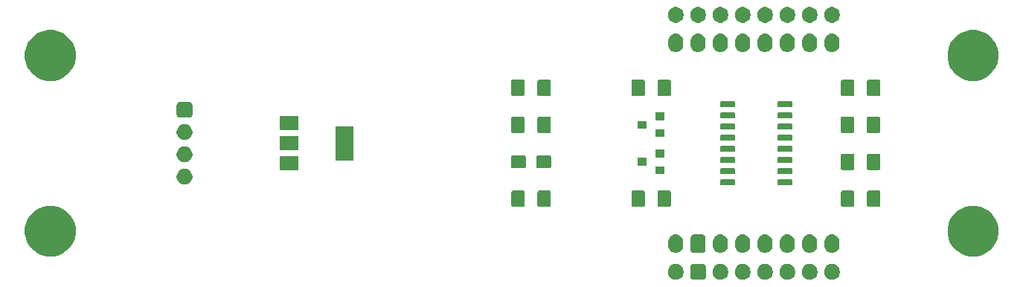
<source format=gbr>
G04 #@! TF.GenerationSoftware,KiCad,Pcbnew,5.1.5+dfsg1-2build2*
G04 #@! TF.CreationDate,2020-06-17T17:13:45+02:00*
G04 #@! TF.ProjectId,termint-wifi,7465726d-696e-4742-9d77-6966692e6b69,rev?*
G04 #@! TF.SameCoordinates,Original*
G04 #@! TF.FileFunction,Soldermask,Top*
G04 #@! TF.FilePolarity,Negative*
%FSLAX46Y46*%
G04 Gerber Fmt 4.6, Leading zero omitted, Abs format (unit mm)*
G04 Created by KiCad (PCBNEW 5.1.5+dfsg1-2build2) date 2020-06-17 17:13:45*
%MOMM*%
%LPD*%
G04 APERTURE LIST*
%ADD10C,0.100000*%
G04 APERTURE END LIST*
D10*
G36*
X146568512Y-80733927D02*
G01*
X146717812Y-80763624D01*
X146881784Y-80831544D01*
X147029354Y-80930147D01*
X147154853Y-81055646D01*
X147253456Y-81203216D01*
X147321376Y-81367188D01*
X147356000Y-81541259D01*
X147356000Y-81718741D01*
X147321376Y-81892812D01*
X147253456Y-82056784D01*
X147154853Y-82204354D01*
X147029354Y-82329853D01*
X146881784Y-82428456D01*
X146717812Y-82496376D01*
X146568512Y-82526073D01*
X146543742Y-82531000D01*
X146366258Y-82531000D01*
X146341488Y-82526073D01*
X146192188Y-82496376D01*
X146028216Y-82428456D01*
X145880646Y-82329853D01*
X145755147Y-82204354D01*
X145656544Y-82056784D01*
X145588624Y-81892812D01*
X145554000Y-81718741D01*
X145554000Y-81541259D01*
X145588624Y-81367188D01*
X145656544Y-81203216D01*
X145755147Y-81055646D01*
X145880646Y-80930147D01*
X146028216Y-80831544D01*
X146192188Y-80763624D01*
X146341488Y-80733927D01*
X146366258Y-80729000D01*
X146543742Y-80729000D01*
X146568512Y-80733927D01*
G37*
G36*
X131803578Y-80737048D02*
G01*
X131876249Y-80759093D01*
X131943225Y-80794892D01*
X132001930Y-80843070D01*
X132050108Y-80901775D01*
X132085907Y-80968751D01*
X132107952Y-81041422D01*
X132116000Y-81123140D01*
X132116000Y-82136860D01*
X132107952Y-82218578D01*
X132085907Y-82291249D01*
X132050108Y-82358225D01*
X132001930Y-82416930D01*
X131943225Y-82465108D01*
X131876249Y-82500907D01*
X131803578Y-82522952D01*
X131721860Y-82531000D01*
X130708140Y-82531000D01*
X130626422Y-82522952D01*
X130553751Y-82500907D01*
X130486775Y-82465108D01*
X130428070Y-82416930D01*
X130379892Y-82358225D01*
X130344093Y-82291249D01*
X130322048Y-82218578D01*
X130314000Y-82136860D01*
X130314000Y-81123140D01*
X130322048Y-81041422D01*
X130344093Y-80968751D01*
X130379892Y-80901775D01*
X130428070Y-80843070D01*
X130486775Y-80794892D01*
X130553751Y-80759093D01*
X130626422Y-80737048D01*
X130708140Y-80729000D01*
X131721860Y-80729000D01*
X131803578Y-80737048D01*
G37*
G36*
X128788512Y-80733927D02*
G01*
X128937812Y-80763624D01*
X129101784Y-80831544D01*
X129249354Y-80930147D01*
X129374853Y-81055646D01*
X129473456Y-81203216D01*
X129541376Y-81367188D01*
X129576000Y-81541259D01*
X129576000Y-81718741D01*
X129541376Y-81892812D01*
X129473456Y-82056784D01*
X129374853Y-82204354D01*
X129249354Y-82329853D01*
X129101784Y-82428456D01*
X128937812Y-82496376D01*
X128788512Y-82526073D01*
X128763742Y-82531000D01*
X128586258Y-82531000D01*
X128561488Y-82526073D01*
X128412188Y-82496376D01*
X128248216Y-82428456D01*
X128100646Y-82329853D01*
X127975147Y-82204354D01*
X127876544Y-82056784D01*
X127808624Y-81892812D01*
X127774000Y-81718741D01*
X127774000Y-81541259D01*
X127808624Y-81367188D01*
X127876544Y-81203216D01*
X127975147Y-81055646D01*
X128100646Y-80930147D01*
X128248216Y-80831544D01*
X128412188Y-80763624D01*
X128561488Y-80733927D01*
X128586258Y-80729000D01*
X128763742Y-80729000D01*
X128788512Y-80733927D01*
G37*
G36*
X133868512Y-80733927D02*
G01*
X134017812Y-80763624D01*
X134181784Y-80831544D01*
X134329354Y-80930147D01*
X134454853Y-81055646D01*
X134553456Y-81203216D01*
X134621376Y-81367188D01*
X134656000Y-81541259D01*
X134656000Y-81718741D01*
X134621376Y-81892812D01*
X134553456Y-82056784D01*
X134454853Y-82204354D01*
X134329354Y-82329853D01*
X134181784Y-82428456D01*
X134017812Y-82496376D01*
X133868512Y-82526073D01*
X133843742Y-82531000D01*
X133666258Y-82531000D01*
X133641488Y-82526073D01*
X133492188Y-82496376D01*
X133328216Y-82428456D01*
X133180646Y-82329853D01*
X133055147Y-82204354D01*
X132956544Y-82056784D01*
X132888624Y-81892812D01*
X132854000Y-81718741D01*
X132854000Y-81541259D01*
X132888624Y-81367188D01*
X132956544Y-81203216D01*
X133055147Y-81055646D01*
X133180646Y-80930147D01*
X133328216Y-80831544D01*
X133492188Y-80763624D01*
X133641488Y-80733927D01*
X133666258Y-80729000D01*
X133843742Y-80729000D01*
X133868512Y-80733927D01*
G37*
G36*
X136408512Y-80733927D02*
G01*
X136557812Y-80763624D01*
X136721784Y-80831544D01*
X136869354Y-80930147D01*
X136994853Y-81055646D01*
X137093456Y-81203216D01*
X137161376Y-81367188D01*
X137196000Y-81541259D01*
X137196000Y-81718741D01*
X137161376Y-81892812D01*
X137093456Y-82056784D01*
X136994853Y-82204354D01*
X136869354Y-82329853D01*
X136721784Y-82428456D01*
X136557812Y-82496376D01*
X136408512Y-82526073D01*
X136383742Y-82531000D01*
X136206258Y-82531000D01*
X136181488Y-82526073D01*
X136032188Y-82496376D01*
X135868216Y-82428456D01*
X135720646Y-82329853D01*
X135595147Y-82204354D01*
X135496544Y-82056784D01*
X135428624Y-81892812D01*
X135394000Y-81718741D01*
X135394000Y-81541259D01*
X135428624Y-81367188D01*
X135496544Y-81203216D01*
X135595147Y-81055646D01*
X135720646Y-80930147D01*
X135868216Y-80831544D01*
X136032188Y-80763624D01*
X136181488Y-80733927D01*
X136206258Y-80729000D01*
X136383742Y-80729000D01*
X136408512Y-80733927D01*
G37*
G36*
X141488512Y-80733927D02*
G01*
X141637812Y-80763624D01*
X141801784Y-80831544D01*
X141949354Y-80930147D01*
X142074853Y-81055646D01*
X142173456Y-81203216D01*
X142241376Y-81367188D01*
X142276000Y-81541259D01*
X142276000Y-81718741D01*
X142241376Y-81892812D01*
X142173456Y-82056784D01*
X142074853Y-82204354D01*
X141949354Y-82329853D01*
X141801784Y-82428456D01*
X141637812Y-82496376D01*
X141488512Y-82526073D01*
X141463742Y-82531000D01*
X141286258Y-82531000D01*
X141261488Y-82526073D01*
X141112188Y-82496376D01*
X140948216Y-82428456D01*
X140800646Y-82329853D01*
X140675147Y-82204354D01*
X140576544Y-82056784D01*
X140508624Y-81892812D01*
X140474000Y-81718741D01*
X140474000Y-81541259D01*
X140508624Y-81367188D01*
X140576544Y-81203216D01*
X140675147Y-81055646D01*
X140800646Y-80930147D01*
X140948216Y-80831544D01*
X141112188Y-80763624D01*
X141261488Y-80733927D01*
X141286258Y-80729000D01*
X141463742Y-80729000D01*
X141488512Y-80733927D01*
G37*
G36*
X138948512Y-80733927D02*
G01*
X139097812Y-80763624D01*
X139261784Y-80831544D01*
X139409354Y-80930147D01*
X139534853Y-81055646D01*
X139633456Y-81203216D01*
X139701376Y-81367188D01*
X139736000Y-81541259D01*
X139736000Y-81718741D01*
X139701376Y-81892812D01*
X139633456Y-82056784D01*
X139534853Y-82204354D01*
X139409354Y-82329853D01*
X139261784Y-82428456D01*
X139097812Y-82496376D01*
X138948512Y-82526073D01*
X138923742Y-82531000D01*
X138746258Y-82531000D01*
X138721488Y-82526073D01*
X138572188Y-82496376D01*
X138408216Y-82428456D01*
X138260646Y-82329853D01*
X138135147Y-82204354D01*
X138036544Y-82056784D01*
X137968624Y-81892812D01*
X137934000Y-81718741D01*
X137934000Y-81541259D01*
X137968624Y-81367188D01*
X138036544Y-81203216D01*
X138135147Y-81055646D01*
X138260646Y-80930147D01*
X138408216Y-80831544D01*
X138572188Y-80763624D01*
X138721488Y-80733927D01*
X138746258Y-80729000D01*
X138923742Y-80729000D01*
X138948512Y-80733927D01*
G37*
G36*
X144028512Y-80733927D02*
G01*
X144177812Y-80763624D01*
X144341784Y-80831544D01*
X144489354Y-80930147D01*
X144614853Y-81055646D01*
X144713456Y-81203216D01*
X144781376Y-81367188D01*
X144816000Y-81541259D01*
X144816000Y-81718741D01*
X144781376Y-81892812D01*
X144713456Y-82056784D01*
X144614853Y-82204354D01*
X144489354Y-82329853D01*
X144341784Y-82428456D01*
X144177812Y-82496376D01*
X144028512Y-82526073D01*
X144003742Y-82531000D01*
X143826258Y-82531000D01*
X143801488Y-82526073D01*
X143652188Y-82496376D01*
X143488216Y-82428456D01*
X143340646Y-82329853D01*
X143215147Y-82204354D01*
X143116544Y-82056784D01*
X143048624Y-81892812D01*
X143014000Y-81718741D01*
X143014000Y-81541259D01*
X143048624Y-81367188D01*
X143116544Y-81203216D01*
X143215147Y-81055646D01*
X143340646Y-80930147D01*
X143488216Y-80831544D01*
X143652188Y-80763624D01*
X143801488Y-80733927D01*
X143826258Y-80729000D01*
X144003742Y-80729000D01*
X144028512Y-80733927D01*
G37*
G36*
X163346189Y-74210483D02*
G01*
X163874137Y-74429166D01*
X163874139Y-74429167D01*
X164349280Y-74746646D01*
X164753354Y-75150720D01*
X165070833Y-75625861D01*
X165070834Y-75625863D01*
X165289517Y-76153811D01*
X165401000Y-76714275D01*
X165401000Y-77285725D01*
X165289517Y-77846189D01*
X165147851Y-78188201D01*
X165070833Y-78374139D01*
X164753354Y-78849280D01*
X164349280Y-79253354D01*
X163874139Y-79570833D01*
X163874138Y-79570834D01*
X163874137Y-79570834D01*
X163346189Y-79789517D01*
X162785725Y-79901000D01*
X162214275Y-79901000D01*
X161653811Y-79789517D01*
X161125863Y-79570834D01*
X161125862Y-79570834D01*
X161125861Y-79570833D01*
X160650720Y-79253354D01*
X160246646Y-78849280D01*
X159929167Y-78374139D01*
X159852149Y-78188201D01*
X159710483Y-77846189D01*
X159599000Y-77285725D01*
X159599000Y-76714275D01*
X159710483Y-76153811D01*
X159929166Y-75625863D01*
X159929167Y-75625861D01*
X160246646Y-75150720D01*
X160650720Y-74746646D01*
X161125861Y-74429167D01*
X161125863Y-74429166D01*
X161653811Y-74210483D01*
X162214275Y-74099000D01*
X162785725Y-74099000D01*
X163346189Y-74210483D01*
G37*
G36*
X58346189Y-74210483D02*
G01*
X58874137Y-74429166D01*
X58874139Y-74429167D01*
X59349280Y-74746646D01*
X59753354Y-75150720D01*
X60070833Y-75625861D01*
X60070834Y-75625863D01*
X60289517Y-76153811D01*
X60401000Y-76714275D01*
X60401000Y-77285725D01*
X60289517Y-77846189D01*
X60147851Y-78188201D01*
X60070833Y-78374139D01*
X59753354Y-78849280D01*
X59349280Y-79253354D01*
X58874139Y-79570833D01*
X58874138Y-79570834D01*
X58874137Y-79570834D01*
X58346189Y-79789517D01*
X57785725Y-79901000D01*
X57214275Y-79901000D01*
X56653811Y-79789517D01*
X56125863Y-79570834D01*
X56125862Y-79570834D01*
X56125861Y-79570833D01*
X55650720Y-79253354D01*
X55246646Y-78849280D01*
X54929167Y-78374139D01*
X54852149Y-78188201D01*
X54710483Y-77846189D01*
X54599000Y-77285725D01*
X54599000Y-76714275D01*
X54710483Y-76153811D01*
X54929166Y-75625863D01*
X54929167Y-75625861D01*
X55246646Y-75150720D01*
X55650720Y-74746646D01*
X56125861Y-74429167D01*
X56125863Y-74429166D01*
X56653811Y-74210483D01*
X57214275Y-74099000D01*
X57785725Y-74099000D01*
X58346189Y-74210483D01*
G37*
G36*
X144081823Y-77391313D02*
G01*
X144242242Y-77439976D01*
X144327875Y-77485748D01*
X144390078Y-77518996D01*
X144519659Y-77625341D01*
X144626004Y-77754922D01*
X144626005Y-77754924D01*
X144705024Y-77902758D01*
X144753687Y-78063178D01*
X144766000Y-78188197D01*
X144766000Y-78671804D01*
X144753687Y-78796823D01*
X144705024Y-78957242D01*
X144652504Y-79055500D01*
X144626004Y-79105078D01*
X144620438Y-79111860D01*
X144519659Y-79234659D01*
X144390077Y-79341005D01*
X144242241Y-79420024D01*
X144081822Y-79468687D01*
X143915000Y-79485117D01*
X143748177Y-79468687D01*
X143587758Y-79420024D01*
X143439924Y-79341005D01*
X143439922Y-79341004D01*
X143310341Y-79234659D01*
X143296942Y-79218332D01*
X143203995Y-79105077D01*
X143124976Y-78957241D01*
X143076313Y-78796822D01*
X143064000Y-78671803D01*
X143064000Y-78188196D01*
X143076313Y-78063177D01*
X143124976Y-77902758D01*
X143203995Y-77754924D01*
X143203996Y-77754922D01*
X143310342Y-77625341D01*
X143439923Y-77518996D01*
X143502126Y-77485748D01*
X143587759Y-77439976D01*
X143748178Y-77391313D01*
X143915000Y-77374883D01*
X144081823Y-77391313D01*
G37*
G36*
X141541823Y-77391313D02*
G01*
X141702242Y-77439976D01*
X141787875Y-77485748D01*
X141850078Y-77518996D01*
X141979659Y-77625341D01*
X142086004Y-77754922D01*
X142086005Y-77754924D01*
X142165024Y-77902758D01*
X142213687Y-78063178D01*
X142226000Y-78188197D01*
X142226000Y-78671804D01*
X142213687Y-78796823D01*
X142165024Y-78957242D01*
X142112504Y-79055500D01*
X142086004Y-79105078D01*
X142080438Y-79111860D01*
X141979659Y-79234659D01*
X141850077Y-79341005D01*
X141702241Y-79420024D01*
X141541822Y-79468687D01*
X141375000Y-79485117D01*
X141208177Y-79468687D01*
X141047758Y-79420024D01*
X140899924Y-79341005D01*
X140899922Y-79341004D01*
X140770341Y-79234659D01*
X140756942Y-79218332D01*
X140663995Y-79105077D01*
X140584976Y-78957241D01*
X140536313Y-78796822D01*
X140524000Y-78671803D01*
X140524000Y-78188196D01*
X140536313Y-78063177D01*
X140584976Y-77902758D01*
X140663995Y-77754924D01*
X140663996Y-77754922D01*
X140770342Y-77625341D01*
X140899923Y-77518996D01*
X140962126Y-77485748D01*
X141047759Y-77439976D01*
X141208178Y-77391313D01*
X141375000Y-77374883D01*
X141541823Y-77391313D01*
G37*
G36*
X139001823Y-77391313D02*
G01*
X139162242Y-77439976D01*
X139247875Y-77485748D01*
X139310078Y-77518996D01*
X139439659Y-77625341D01*
X139546004Y-77754922D01*
X139546005Y-77754924D01*
X139625024Y-77902758D01*
X139673687Y-78063178D01*
X139686000Y-78188197D01*
X139686000Y-78671804D01*
X139673687Y-78796823D01*
X139625024Y-78957242D01*
X139572504Y-79055500D01*
X139546004Y-79105078D01*
X139540438Y-79111860D01*
X139439659Y-79234659D01*
X139310077Y-79341005D01*
X139162241Y-79420024D01*
X139001822Y-79468687D01*
X138835000Y-79485117D01*
X138668177Y-79468687D01*
X138507758Y-79420024D01*
X138359924Y-79341005D01*
X138359922Y-79341004D01*
X138230341Y-79234659D01*
X138216942Y-79218332D01*
X138123995Y-79105077D01*
X138044976Y-78957241D01*
X137996313Y-78796822D01*
X137984000Y-78671803D01*
X137984000Y-78188196D01*
X137996313Y-78063177D01*
X138044976Y-77902758D01*
X138123995Y-77754924D01*
X138123996Y-77754922D01*
X138230342Y-77625341D01*
X138359923Y-77518996D01*
X138422126Y-77485748D01*
X138507759Y-77439976D01*
X138668178Y-77391313D01*
X138835000Y-77374883D01*
X139001823Y-77391313D01*
G37*
G36*
X136461823Y-77391313D02*
G01*
X136622242Y-77439976D01*
X136707875Y-77485748D01*
X136770078Y-77518996D01*
X136899659Y-77625341D01*
X137006004Y-77754922D01*
X137006005Y-77754924D01*
X137085024Y-77902758D01*
X137133687Y-78063178D01*
X137146000Y-78188197D01*
X137146000Y-78671804D01*
X137133687Y-78796823D01*
X137085024Y-78957242D01*
X137032504Y-79055500D01*
X137006004Y-79105078D01*
X137000438Y-79111860D01*
X136899659Y-79234659D01*
X136770077Y-79341005D01*
X136622241Y-79420024D01*
X136461822Y-79468687D01*
X136295000Y-79485117D01*
X136128177Y-79468687D01*
X135967758Y-79420024D01*
X135819924Y-79341005D01*
X135819922Y-79341004D01*
X135690341Y-79234659D01*
X135676942Y-79218332D01*
X135583995Y-79105077D01*
X135504976Y-78957241D01*
X135456313Y-78796822D01*
X135444000Y-78671803D01*
X135444000Y-78188196D01*
X135456313Y-78063177D01*
X135504976Y-77902758D01*
X135583995Y-77754924D01*
X135583996Y-77754922D01*
X135690342Y-77625341D01*
X135819923Y-77518996D01*
X135882126Y-77485748D01*
X135967759Y-77439976D01*
X136128178Y-77391313D01*
X136295000Y-77374883D01*
X136461823Y-77391313D01*
G37*
G36*
X133921823Y-77391313D02*
G01*
X134082242Y-77439976D01*
X134167875Y-77485748D01*
X134230078Y-77518996D01*
X134359659Y-77625341D01*
X134466004Y-77754922D01*
X134466005Y-77754924D01*
X134545024Y-77902758D01*
X134593687Y-78063178D01*
X134606000Y-78188197D01*
X134606000Y-78671804D01*
X134593687Y-78796823D01*
X134545024Y-78957242D01*
X134492504Y-79055500D01*
X134466004Y-79105078D01*
X134460438Y-79111860D01*
X134359659Y-79234659D01*
X134230077Y-79341005D01*
X134082241Y-79420024D01*
X133921822Y-79468687D01*
X133755000Y-79485117D01*
X133588177Y-79468687D01*
X133427758Y-79420024D01*
X133279924Y-79341005D01*
X133279922Y-79341004D01*
X133150341Y-79234659D01*
X133136942Y-79218332D01*
X133043995Y-79105077D01*
X132964976Y-78957241D01*
X132916313Y-78796822D01*
X132904000Y-78671803D01*
X132904000Y-78188196D01*
X132916313Y-78063177D01*
X132964976Y-77902758D01*
X133043995Y-77754924D01*
X133043996Y-77754922D01*
X133150342Y-77625341D01*
X133279923Y-77518996D01*
X133342126Y-77485748D01*
X133427759Y-77439976D01*
X133588178Y-77391313D01*
X133755000Y-77374883D01*
X133921823Y-77391313D01*
G37*
G36*
X128841823Y-77391313D02*
G01*
X129002242Y-77439976D01*
X129087875Y-77485748D01*
X129150078Y-77518996D01*
X129279659Y-77625341D01*
X129386004Y-77754922D01*
X129386005Y-77754924D01*
X129465024Y-77902758D01*
X129513687Y-78063178D01*
X129526000Y-78188197D01*
X129526000Y-78671804D01*
X129513687Y-78796823D01*
X129465024Y-78957242D01*
X129412504Y-79055500D01*
X129386004Y-79105078D01*
X129380438Y-79111860D01*
X129279659Y-79234659D01*
X129150077Y-79341005D01*
X129002241Y-79420024D01*
X128841822Y-79468687D01*
X128675000Y-79485117D01*
X128508177Y-79468687D01*
X128347758Y-79420024D01*
X128199924Y-79341005D01*
X128199922Y-79341004D01*
X128070341Y-79234659D01*
X128056942Y-79218332D01*
X127963995Y-79105077D01*
X127884976Y-78957241D01*
X127836313Y-78796822D01*
X127824000Y-78671803D01*
X127824000Y-78188196D01*
X127836313Y-78063177D01*
X127884976Y-77902758D01*
X127963995Y-77754924D01*
X127963996Y-77754922D01*
X128070342Y-77625341D01*
X128199923Y-77518996D01*
X128262126Y-77485748D01*
X128347759Y-77439976D01*
X128508178Y-77391313D01*
X128675000Y-77374883D01*
X128841823Y-77391313D01*
G37*
G36*
X146621823Y-77391313D02*
G01*
X146782242Y-77439976D01*
X146867875Y-77485748D01*
X146930078Y-77518996D01*
X147059659Y-77625341D01*
X147166004Y-77754922D01*
X147166005Y-77754924D01*
X147245024Y-77902758D01*
X147293687Y-78063178D01*
X147306000Y-78188197D01*
X147306000Y-78671804D01*
X147293687Y-78796823D01*
X147245024Y-78957242D01*
X147192504Y-79055500D01*
X147166004Y-79105078D01*
X147160438Y-79111860D01*
X147059659Y-79234659D01*
X146930077Y-79341005D01*
X146782241Y-79420024D01*
X146621822Y-79468687D01*
X146455000Y-79485117D01*
X146288177Y-79468687D01*
X146127758Y-79420024D01*
X145979924Y-79341005D01*
X145979922Y-79341004D01*
X145850341Y-79234659D01*
X145836942Y-79218332D01*
X145743995Y-79105077D01*
X145664976Y-78957241D01*
X145616313Y-78796822D01*
X145604000Y-78671803D01*
X145604000Y-78188196D01*
X145616313Y-78063177D01*
X145664976Y-77902758D01*
X145743995Y-77754924D01*
X145743996Y-77754922D01*
X145850342Y-77625341D01*
X145979923Y-77518996D01*
X146042126Y-77485748D01*
X146127759Y-77439976D01*
X146288178Y-77391313D01*
X146455000Y-77374883D01*
X146621823Y-77391313D01*
G37*
G36*
X131773698Y-77386568D02*
G01*
X131841685Y-77407192D01*
X131904335Y-77440679D01*
X131959252Y-77485748D01*
X132004321Y-77540665D01*
X132037808Y-77603315D01*
X132058432Y-77671302D01*
X132066000Y-77748140D01*
X132066000Y-79111860D01*
X132058432Y-79188698D01*
X132037808Y-79256685D01*
X132004321Y-79319335D01*
X131959252Y-79374252D01*
X131904335Y-79419321D01*
X131841685Y-79452808D01*
X131773698Y-79473432D01*
X131696860Y-79481000D01*
X130733140Y-79481000D01*
X130656302Y-79473432D01*
X130588315Y-79452808D01*
X130525665Y-79419321D01*
X130470748Y-79374252D01*
X130425679Y-79319335D01*
X130392192Y-79256685D01*
X130371568Y-79188698D01*
X130364000Y-79111860D01*
X130364000Y-77748140D01*
X130371568Y-77671302D01*
X130392192Y-77603315D01*
X130425679Y-77540665D01*
X130470748Y-77485748D01*
X130525665Y-77440679D01*
X130588315Y-77407192D01*
X130656302Y-77386568D01*
X130733140Y-77379000D01*
X131696860Y-77379000D01*
X131773698Y-77386568D01*
G37*
G36*
X127972562Y-72393181D02*
G01*
X128007481Y-72403774D01*
X128039663Y-72420976D01*
X128067873Y-72444127D01*
X128091024Y-72472337D01*
X128108226Y-72504519D01*
X128118819Y-72539438D01*
X128123000Y-72581895D01*
X128123000Y-74048105D01*
X128118819Y-74090562D01*
X128108226Y-74125481D01*
X128091024Y-74157663D01*
X128067873Y-74185873D01*
X128039663Y-74209024D01*
X128007481Y-74226226D01*
X127972562Y-74236819D01*
X127930105Y-74241000D01*
X126788895Y-74241000D01*
X126746438Y-74236819D01*
X126711519Y-74226226D01*
X126679337Y-74209024D01*
X126651127Y-74185873D01*
X126627976Y-74157663D01*
X126610774Y-74125481D01*
X126600181Y-74090562D01*
X126596000Y-74048105D01*
X126596000Y-72581895D01*
X126600181Y-72539438D01*
X126610774Y-72504519D01*
X126627976Y-72472337D01*
X126651127Y-72444127D01*
X126679337Y-72420976D01*
X126711519Y-72403774D01*
X126746438Y-72393181D01*
X126788895Y-72389000D01*
X127930105Y-72389000D01*
X127972562Y-72393181D01*
G37*
G36*
X148840562Y-72393181D02*
G01*
X148875481Y-72403774D01*
X148907663Y-72420976D01*
X148935873Y-72444127D01*
X148959024Y-72472337D01*
X148976226Y-72504519D01*
X148986819Y-72539438D01*
X148991000Y-72581895D01*
X148991000Y-74048105D01*
X148986819Y-74090562D01*
X148976226Y-74125481D01*
X148959024Y-74157663D01*
X148935873Y-74185873D01*
X148907663Y-74209024D01*
X148875481Y-74226226D01*
X148840562Y-74236819D01*
X148798105Y-74241000D01*
X147656895Y-74241000D01*
X147614438Y-74236819D01*
X147579519Y-74226226D01*
X147547337Y-74209024D01*
X147519127Y-74185873D01*
X147495976Y-74157663D01*
X147478774Y-74125481D01*
X147468181Y-74090562D01*
X147464000Y-74048105D01*
X147464000Y-72581895D01*
X147468181Y-72539438D01*
X147478774Y-72504519D01*
X147495976Y-72472337D01*
X147519127Y-72444127D01*
X147547337Y-72420976D01*
X147579519Y-72403774D01*
X147614438Y-72393181D01*
X147656895Y-72389000D01*
X148798105Y-72389000D01*
X148840562Y-72393181D01*
G37*
G36*
X151815562Y-72393181D02*
G01*
X151850481Y-72403774D01*
X151882663Y-72420976D01*
X151910873Y-72444127D01*
X151934024Y-72472337D01*
X151951226Y-72504519D01*
X151961819Y-72539438D01*
X151966000Y-72581895D01*
X151966000Y-74048105D01*
X151961819Y-74090562D01*
X151951226Y-74125481D01*
X151934024Y-74157663D01*
X151910873Y-74185873D01*
X151882663Y-74209024D01*
X151850481Y-74226226D01*
X151815562Y-74236819D01*
X151773105Y-74241000D01*
X150631895Y-74241000D01*
X150589438Y-74236819D01*
X150554519Y-74226226D01*
X150522337Y-74209024D01*
X150494127Y-74185873D01*
X150470976Y-74157663D01*
X150453774Y-74125481D01*
X150443181Y-74090562D01*
X150439000Y-74048105D01*
X150439000Y-72581895D01*
X150443181Y-72539438D01*
X150453774Y-72504519D01*
X150470976Y-72472337D01*
X150494127Y-72444127D01*
X150522337Y-72420976D01*
X150554519Y-72403774D01*
X150589438Y-72393181D01*
X150631895Y-72389000D01*
X151773105Y-72389000D01*
X151815562Y-72393181D01*
G37*
G36*
X124997562Y-72393181D02*
G01*
X125032481Y-72403774D01*
X125064663Y-72420976D01*
X125092873Y-72444127D01*
X125116024Y-72472337D01*
X125133226Y-72504519D01*
X125143819Y-72539438D01*
X125148000Y-72581895D01*
X125148000Y-74048105D01*
X125143819Y-74090562D01*
X125133226Y-74125481D01*
X125116024Y-74157663D01*
X125092873Y-74185873D01*
X125064663Y-74209024D01*
X125032481Y-74226226D01*
X124997562Y-74236819D01*
X124955105Y-74241000D01*
X123813895Y-74241000D01*
X123771438Y-74236819D01*
X123736519Y-74226226D01*
X123704337Y-74209024D01*
X123676127Y-74185873D01*
X123652976Y-74157663D01*
X123635774Y-74125481D01*
X123625181Y-74090562D01*
X123621000Y-74048105D01*
X123621000Y-72581895D01*
X123625181Y-72539438D01*
X123635774Y-72504519D01*
X123652976Y-72472337D01*
X123676127Y-72444127D01*
X123704337Y-72420976D01*
X123736519Y-72403774D01*
X123771438Y-72393181D01*
X123813895Y-72389000D01*
X124955105Y-72389000D01*
X124997562Y-72393181D01*
G37*
G36*
X114320562Y-72393181D02*
G01*
X114355481Y-72403774D01*
X114387663Y-72420976D01*
X114415873Y-72444127D01*
X114439024Y-72472337D01*
X114456226Y-72504519D01*
X114466819Y-72539438D01*
X114471000Y-72581895D01*
X114471000Y-74048105D01*
X114466819Y-74090562D01*
X114456226Y-74125481D01*
X114439024Y-74157663D01*
X114415873Y-74185873D01*
X114387663Y-74209024D01*
X114355481Y-74226226D01*
X114320562Y-74236819D01*
X114278105Y-74241000D01*
X113136895Y-74241000D01*
X113094438Y-74236819D01*
X113059519Y-74226226D01*
X113027337Y-74209024D01*
X112999127Y-74185873D01*
X112975976Y-74157663D01*
X112958774Y-74125481D01*
X112948181Y-74090562D01*
X112944000Y-74048105D01*
X112944000Y-72581895D01*
X112948181Y-72539438D01*
X112958774Y-72504519D01*
X112975976Y-72472337D01*
X112999127Y-72444127D01*
X113027337Y-72420976D01*
X113059519Y-72403774D01*
X113094438Y-72393181D01*
X113136895Y-72389000D01*
X114278105Y-72389000D01*
X114320562Y-72393181D01*
G37*
G36*
X111345562Y-72393181D02*
G01*
X111380481Y-72403774D01*
X111412663Y-72420976D01*
X111440873Y-72444127D01*
X111464024Y-72472337D01*
X111481226Y-72504519D01*
X111491819Y-72539438D01*
X111496000Y-72581895D01*
X111496000Y-74048105D01*
X111491819Y-74090562D01*
X111481226Y-74125481D01*
X111464024Y-74157663D01*
X111440873Y-74185873D01*
X111412663Y-74209024D01*
X111380481Y-74226226D01*
X111345562Y-74236819D01*
X111303105Y-74241000D01*
X110161895Y-74241000D01*
X110119438Y-74236819D01*
X110084519Y-74226226D01*
X110052337Y-74209024D01*
X110024127Y-74185873D01*
X110000976Y-74157663D01*
X109983774Y-74125481D01*
X109973181Y-74090562D01*
X109969000Y-74048105D01*
X109969000Y-72581895D01*
X109973181Y-72539438D01*
X109983774Y-72504519D01*
X110000976Y-72472337D01*
X110024127Y-72444127D01*
X110052337Y-72420976D01*
X110084519Y-72403774D01*
X110119438Y-72393181D01*
X110161895Y-72389000D01*
X111303105Y-72389000D01*
X111345562Y-72393181D01*
G37*
G36*
X141874987Y-71121524D02*
G01*
X141893730Y-71127210D01*
X141910997Y-71136439D01*
X141926136Y-71148864D01*
X141938561Y-71164003D01*
X141947790Y-71181270D01*
X141953476Y-71200013D01*
X141956000Y-71225640D01*
X141956000Y-71664360D01*
X141953476Y-71689987D01*
X141947790Y-71708730D01*
X141938561Y-71725997D01*
X141926136Y-71741136D01*
X141910997Y-71753561D01*
X141893730Y-71762790D01*
X141874987Y-71768476D01*
X141849360Y-71771000D01*
X140360640Y-71771000D01*
X140335013Y-71768476D01*
X140316270Y-71762790D01*
X140299003Y-71753561D01*
X140283864Y-71741136D01*
X140271439Y-71725997D01*
X140262210Y-71708730D01*
X140256524Y-71689987D01*
X140254000Y-71664360D01*
X140254000Y-71225640D01*
X140256524Y-71200013D01*
X140262210Y-71181270D01*
X140271439Y-71164003D01*
X140283864Y-71148864D01*
X140299003Y-71136439D01*
X140316270Y-71127210D01*
X140335013Y-71121524D01*
X140360640Y-71119000D01*
X141849360Y-71119000D01*
X141874987Y-71121524D01*
G37*
G36*
X135374987Y-71121524D02*
G01*
X135393730Y-71127210D01*
X135410997Y-71136439D01*
X135426136Y-71148864D01*
X135438561Y-71164003D01*
X135447790Y-71181270D01*
X135453476Y-71200013D01*
X135456000Y-71225640D01*
X135456000Y-71664360D01*
X135453476Y-71689987D01*
X135447790Y-71708730D01*
X135438561Y-71725997D01*
X135426136Y-71741136D01*
X135410997Y-71753561D01*
X135393730Y-71762790D01*
X135374987Y-71768476D01*
X135349360Y-71771000D01*
X133860640Y-71771000D01*
X133835013Y-71768476D01*
X133816270Y-71762790D01*
X133799003Y-71753561D01*
X133783864Y-71741136D01*
X133771439Y-71725997D01*
X133762210Y-71708730D01*
X133756524Y-71689987D01*
X133754000Y-71664360D01*
X133754000Y-71225640D01*
X133756524Y-71200013D01*
X133762210Y-71181270D01*
X133771439Y-71164003D01*
X133783864Y-71148864D01*
X133799003Y-71136439D01*
X133816270Y-71127210D01*
X133835013Y-71121524D01*
X133860640Y-71119000D01*
X135349360Y-71119000D01*
X135374987Y-71121524D01*
G37*
G36*
X72884512Y-69903927D02*
G01*
X73033812Y-69933624D01*
X73197784Y-70001544D01*
X73345354Y-70100147D01*
X73470853Y-70225646D01*
X73569456Y-70373216D01*
X73637376Y-70537188D01*
X73672000Y-70711259D01*
X73672000Y-70888741D01*
X73637376Y-71062812D01*
X73569456Y-71226784D01*
X73470853Y-71374354D01*
X73345354Y-71499853D01*
X73197784Y-71598456D01*
X73033812Y-71666376D01*
X72884512Y-71696073D01*
X72859742Y-71701000D01*
X72682258Y-71701000D01*
X72657488Y-71696073D01*
X72508188Y-71666376D01*
X72344216Y-71598456D01*
X72196646Y-71499853D01*
X72071147Y-71374354D01*
X71972544Y-71226784D01*
X71904624Y-71062812D01*
X71870000Y-70888741D01*
X71870000Y-70711259D01*
X71904624Y-70537188D01*
X71972544Y-70373216D01*
X72071147Y-70225646D01*
X72196646Y-70100147D01*
X72344216Y-70001544D01*
X72508188Y-69933624D01*
X72657488Y-69903927D01*
X72682258Y-69899000D01*
X72859742Y-69899000D01*
X72884512Y-69903927D01*
G37*
G36*
X127373000Y-70506000D02*
G01*
X126371000Y-70506000D01*
X126371000Y-69604000D01*
X127373000Y-69604000D01*
X127373000Y-70506000D01*
G37*
G36*
X141874987Y-69851524D02*
G01*
X141893730Y-69857210D01*
X141910997Y-69866439D01*
X141926136Y-69878864D01*
X141938561Y-69894003D01*
X141947790Y-69911270D01*
X141953476Y-69930013D01*
X141956000Y-69955640D01*
X141956000Y-70394360D01*
X141953476Y-70419987D01*
X141947790Y-70438730D01*
X141938561Y-70455997D01*
X141926136Y-70471136D01*
X141910997Y-70483561D01*
X141893730Y-70492790D01*
X141874987Y-70498476D01*
X141849360Y-70501000D01*
X140360640Y-70501000D01*
X140335013Y-70498476D01*
X140316270Y-70492790D01*
X140299003Y-70483561D01*
X140283864Y-70471136D01*
X140271439Y-70455997D01*
X140262210Y-70438730D01*
X140256524Y-70419987D01*
X140254000Y-70394360D01*
X140254000Y-69955640D01*
X140256524Y-69930013D01*
X140262210Y-69911270D01*
X140271439Y-69894003D01*
X140283864Y-69878864D01*
X140299003Y-69866439D01*
X140316270Y-69857210D01*
X140335013Y-69851524D01*
X140360640Y-69849000D01*
X141849360Y-69849000D01*
X141874987Y-69851524D01*
G37*
G36*
X135374987Y-69851524D02*
G01*
X135393730Y-69857210D01*
X135410997Y-69866439D01*
X135426136Y-69878864D01*
X135438561Y-69894003D01*
X135447790Y-69911270D01*
X135453476Y-69930013D01*
X135456000Y-69955640D01*
X135456000Y-70394360D01*
X135453476Y-70419987D01*
X135447790Y-70438730D01*
X135438561Y-70455997D01*
X135426136Y-70471136D01*
X135410997Y-70483561D01*
X135393730Y-70492790D01*
X135374987Y-70498476D01*
X135349360Y-70501000D01*
X133860640Y-70501000D01*
X133835013Y-70498476D01*
X133816270Y-70492790D01*
X133799003Y-70483561D01*
X133783864Y-70471136D01*
X133771439Y-70455997D01*
X133762210Y-70438730D01*
X133756524Y-70419987D01*
X133754000Y-70394360D01*
X133754000Y-69955640D01*
X133756524Y-69930013D01*
X133762210Y-69911270D01*
X133771439Y-69894003D01*
X133783864Y-69878864D01*
X133799003Y-69866439D01*
X133816270Y-69857210D01*
X133835013Y-69851524D01*
X133860640Y-69849000D01*
X135349360Y-69849000D01*
X135374987Y-69851524D01*
G37*
G36*
X85726000Y-70101000D02*
G01*
X83624000Y-70101000D01*
X83624000Y-68499000D01*
X85726000Y-68499000D01*
X85726000Y-70101000D01*
G37*
G36*
X151815562Y-68183181D02*
G01*
X151850481Y-68193774D01*
X151882663Y-68210976D01*
X151910873Y-68234127D01*
X151934024Y-68262337D01*
X151951226Y-68294519D01*
X151961819Y-68329438D01*
X151966000Y-68371895D01*
X151966000Y-69838105D01*
X151961819Y-69880562D01*
X151951226Y-69915481D01*
X151934024Y-69947663D01*
X151910873Y-69975873D01*
X151882663Y-69999024D01*
X151850481Y-70016226D01*
X151815562Y-70026819D01*
X151773105Y-70031000D01*
X150631895Y-70031000D01*
X150589438Y-70026819D01*
X150554519Y-70016226D01*
X150522337Y-69999024D01*
X150494127Y-69975873D01*
X150470976Y-69947663D01*
X150453774Y-69915481D01*
X150443181Y-69880562D01*
X150439000Y-69838105D01*
X150439000Y-68371895D01*
X150443181Y-68329438D01*
X150453774Y-68294519D01*
X150470976Y-68262337D01*
X150494127Y-68234127D01*
X150522337Y-68210976D01*
X150554519Y-68193774D01*
X150589438Y-68183181D01*
X150631895Y-68179000D01*
X151773105Y-68179000D01*
X151815562Y-68183181D01*
G37*
G36*
X148840562Y-68183181D02*
G01*
X148875481Y-68193774D01*
X148907663Y-68210976D01*
X148935873Y-68234127D01*
X148959024Y-68262337D01*
X148976226Y-68294519D01*
X148986819Y-68329438D01*
X148991000Y-68371895D01*
X148991000Y-69838105D01*
X148986819Y-69880562D01*
X148976226Y-69915481D01*
X148959024Y-69947663D01*
X148935873Y-69975873D01*
X148907663Y-69999024D01*
X148875481Y-70016226D01*
X148840562Y-70026819D01*
X148798105Y-70031000D01*
X147656895Y-70031000D01*
X147614438Y-70026819D01*
X147579519Y-70016226D01*
X147547337Y-69999024D01*
X147519127Y-69975873D01*
X147495976Y-69947663D01*
X147478774Y-69915481D01*
X147468181Y-69880562D01*
X147464000Y-69838105D01*
X147464000Y-68371895D01*
X147468181Y-68329438D01*
X147478774Y-68294519D01*
X147495976Y-68262337D01*
X147519127Y-68234127D01*
X147547337Y-68210976D01*
X147579519Y-68193774D01*
X147614438Y-68183181D01*
X147656895Y-68179000D01*
X148798105Y-68179000D01*
X148840562Y-68183181D01*
G37*
G36*
X114322798Y-68383247D02*
G01*
X114358367Y-68394037D01*
X114391139Y-68411554D01*
X114419869Y-68435131D01*
X114443446Y-68463861D01*
X114460963Y-68496633D01*
X114471753Y-68532202D01*
X114476000Y-68575325D01*
X114476000Y-69634675D01*
X114471753Y-69677798D01*
X114460963Y-69713367D01*
X114443446Y-69746139D01*
X114419869Y-69774869D01*
X114391139Y-69798446D01*
X114358367Y-69815963D01*
X114322798Y-69826753D01*
X114279675Y-69831000D01*
X112995325Y-69831000D01*
X112952202Y-69826753D01*
X112916633Y-69815963D01*
X112883861Y-69798446D01*
X112855131Y-69774869D01*
X112831554Y-69746139D01*
X112814037Y-69713367D01*
X112803247Y-69677798D01*
X112799000Y-69634675D01*
X112799000Y-68575325D01*
X112803247Y-68532202D01*
X112814037Y-68496633D01*
X112831554Y-68463861D01*
X112855131Y-68435131D01*
X112883861Y-68411554D01*
X112916633Y-68394037D01*
X112952202Y-68383247D01*
X112995325Y-68379000D01*
X114279675Y-68379000D01*
X114322798Y-68383247D01*
G37*
G36*
X111447798Y-68383247D02*
G01*
X111483367Y-68394037D01*
X111516139Y-68411554D01*
X111544869Y-68435131D01*
X111568446Y-68463861D01*
X111585963Y-68496633D01*
X111596753Y-68532202D01*
X111601000Y-68575325D01*
X111601000Y-69634675D01*
X111596753Y-69677798D01*
X111585963Y-69713367D01*
X111568446Y-69746139D01*
X111544869Y-69774869D01*
X111516139Y-69798446D01*
X111483367Y-69815963D01*
X111447798Y-69826753D01*
X111404675Y-69831000D01*
X110120325Y-69831000D01*
X110077202Y-69826753D01*
X110041633Y-69815963D01*
X110008861Y-69798446D01*
X109980131Y-69774869D01*
X109956554Y-69746139D01*
X109939037Y-69713367D01*
X109928247Y-69677798D01*
X109924000Y-69634675D01*
X109924000Y-68575325D01*
X109928247Y-68532202D01*
X109939037Y-68496633D01*
X109956554Y-68463861D01*
X109980131Y-68435131D01*
X110008861Y-68411554D01*
X110041633Y-68394037D01*
X110077202Y-68383247D01*
X110120325Y-68379000D01*
X111404675Y-68379000D01*
X111447798Y-68383247D01*
G37*
G36*
X125373000Y-69556000D02*
G01*
X124371000Y-69556000D01*
X124371000Y-68654000D01*
X125373000Y-68654000D01*
X125373000Y-69556000D01*
G37*
G36*
X141874987Y-68581524D02*
G01*
X141893730Y-68587210D01*
X141910997Y-68596439D01*
X141926136Y-68608864D01*
X141938561Y-68624003D01*
X141947790Y-68641270D01*
X141953476Y-68660013D01*
X141956000Y-68685640D01*
X141956000Y-69124360D01*
X141953476Y-69149987D01*
X141947790Y-69168730D01*
X141938561Y-69185997D01*
X141926136Y-69201136D01*
X141910997Y-69213561D01*
X141893730Y-69222790D01*
X141874987Y-69228476D01*
X141849360Y-69231000D01*
X140360640Y-69231000D01*
X140335013Y-69228476D01*
X140316270Y-69222790D01*
X140299003Y-69213561D01*
X140283864Y-69201136D01*
X140271439Y-69185997D01*
X140262210Y-69168730D01*
X140256524Y-69149987D01*
X140254000Y-69124360D01*
X140254000Y-68685640D01*
X140256524Y-68660013D01*
X140262210Y-68641270D01*
X140271439Y-68624003D01*
X140283864Y-68608864D01*
X140299003Y-68596439D01*
X140316270Y-68587210D01*
X140335013Y-68581524D01*
X140360640Y-68579000D01*
X141849360Y-68579000D01*
X141874987Y-68581524D01*
G37*
G36*
X135374987Y-68581524D02*
G01*
X135393730Y-68587210D01*
X135410997Y-68596439D01*
X135426136Y-68608864D01*
X135438561Y-68624003D01*
X135447790Y-68641270D01*
X135453476Y-68660013D01*
X135456000Y-68685640D01*
X135456000Y-69124360D01*
X135453476Y-69149987D01*
X135447790Y-69168730D01*
X135438561Y-69185997D01*
X135426136Y-69201136D01*
X135410997Y-69213561D01*
X135393730Y-69222790D01*
X135374987Y-69228476D01*
X135349360Y-69231000D01*
X133860640Y-69231000D01*
X133835013Y-69228476D01*
X133816270Y-69222790D01*
X133799003Y-69213561D01*
X133783864Y-69201136D01*
X133771439Y-69185997D01*
X133762210Y-69168730D01*
X133756524Y-69149987D01*
X133754000Y-69124360D01*
X133754000Y-68685640D01*
X133756524Y-68660013D01*
X133762210Y-68641270D01*
X133771439Y-68624003D01*
X133783864Y-68608864D01*
X133799003Y-68596439D01*
X133816270Y-68587210D01*
X133835013Y-68581524D01*
X133860640Y-68579000D01*
X135349360Y-68579000D01*
X135374987Y-68581524D01*
G37*
G36*
X72884512Y-67363927D02*
G01*
X73033812Y-67393624D01*
X73197784Y-67461544D01*
X73345354Y-67560147D01*
X73470853Y-67685646D01*
X73569456Y-67833216D01*
X73637376Y-67997188D01*
X73667073Y-68146488D01*
X73672000Y-68171258D01*
X73672000Y-68348742D01*
X73667073Y-68373512D01*
X73637376Y-68522812D01*
X73569456Y-68686784D01*
X73470853Y-68834354D01*
X73345354Y-68959853D01*
X73197784Y-69058456D01*
X73033812Y-69126376D01*
X72884512Y-69156073D01*
X72859742Y-69161000D01*
X72682258Y-69161000D01*
X72657488Y-69156073D01*
X72508188Y-69126376D01*
X72344216Y-69058456D01*
X72196646Y-68959853D01*
X72071147Y-68834354D01*
X71972544Y-68686784D01*
X71904624Y-68522812D01*
X71874927Y-68373512D01*
X71870000Y-68348742D01*
X71870000Y-68171258D01*
X71874927Y-68146488D01*
X71904624Y-67997188D01*
X71972544Y-67833216D01*
X72071147Y-67685646D01*
X72196646Y-67560147D01*
X72344216Y-67461544D01*
X72508188Y-67393624D01*
X72657488Y-67363927D01*
X72682258Y-67359000D01*
X72859742Y-67359000D01*
X72884512Y-67363927D01*
G37*
G36*
X92026000Y-68951000D02*
G01*
X89924000Y-68951000D01*
X89924000Y-65049000D01*
X92026000Y-65049000D01*
X92026000Y-68951000D01*
G37*
G36*
X127373000Y-68606000D02*
G01*
X126371000Y-68606000D01*
X126371000Y-67704000D01*
X127373000Y-67704000D01*
X127373000Y-68606000D01*
G37*
G36*
X141874987Y-67311524D02*
G01*
X141893730Y-67317210D01*
X141910997Y-67326439D01*
X141926136Y-67338864D01*
X141938561Y-67354003D01*
X141947790Y-67371270D01*
X141953476Y-67390013D01*
X141956000Y-67415640D01*
X141956000Y-67854360D01*
X141953476Y-67879987D01*
X141947790Y-67898730D01*
X141938561Y-67915997D01*
X141926136Y-67931136D01*
X141910997Y-67943561D01*
X141893730Y-67952790D01*
X141874987Y-67958476D01*
X141849360Y-67961000D01*
X140360640Y-67961000D01*
X140335013Y-67958476D01*
X140316270Y-67952790D01*
X140299003Y-67943561D01*
X140283864Y-67931136D01*
X140271439Y-67915997D01*
X140262210Y-67898730D01*
X140256524Y-67879987D01*
X140254000Y-67854360D01*
X140254000Y-67415640D01*
X140256524Y-67390013D01*
X140262210Y-67371270D01*
X140271439Y-67354003D01*
X140283864Y-67338864D01*
X140299003Y-67326439D01*
X140316270Y-67317210D01*
X140335013Y-67311524D01*
X140360640Y-67309000D01*
X141849360Y-67309000D01*
X141874987Y-67311524D01*
G37*
G36*
X135374987Y-67311524D02*
G01*
X135393730Y-67317210D01*
X135410997Y-67326439D01*
X135426136Y-67338864D01*
X135438561Y-67354003D01*
X135447790Y-67371270D01*
X135453476Y-67390013D01*
X135456000Y-67415640D01*
X135456000Y-67854360D01*
X135453476Y-67879987D01*
X135447790Y-67898730D01*
X135438561Y-67915997D01*
X135426136Y-67931136D01*
X135410997Y-67943561D01*
X135393730Y-67952790D01*
X135374987Y-67958476D01*
X135349360Y-67961000D01*
X133860640Y-67961000D01*
X133835013Y-67958476D01*
X133816270Y-67952790D01*
X133799003Y-67943561D01*
X133783864Y-67931136D01*
X133771439Y-67915997D01*
X133762210Y-67898730D01*
X133756524Y-67879987D01*
X133754000Y-67854360D01*
X133754000Y-67415640D01*
X133756524Y-67390013D01*
X133762210Y-67371270D01*
X133771439Y-67354003D01*
X133783864Y-67338864D01*
X133799003Y-67326439D01*
X133816270Y-67317210D01*
X133835013Y-67311524D01*
X133860640Y-67309000D01*
X135349360Y-67309000D01*
X135374987Y-67311524D01*
G37*
G36*
X85726000Y-67801000D02*
G01*
X83624000Y-67801000D01*
X83624000Y-66199000D01*
X85726000Y-66199000D01*
X85726000Y-67801000D01*
G37*
G36*
X141874987Y-66041524D02*
G01*
X141893730Y-66047210D01*
X141910997Y-66056439D01*
X141926136Y-66068864D01*
X141938561Y-66084003D01*
X141947790Y-66101270D01*
X141953476Y-66120013D01*
X141956000Y-66145640D01*
X141956000Y-66584360D01*
X141953476Y-66609987D01*
X141947790Y-66628730D01*
X141938561Y-66645997D01*
X141926136Y-66661136D01*
X141910997Y-66673561D01*
X141893730Y-66682790D01*
X141874987Y-66688476D01*
X141849360Y-66691000D01*
X140360640Y-66691000D01*
X140335013Y-66688476D01*
X140316270Y-66682790D01*
X140299003Y-66673561D01*
X140283864Y-66661136D01*
X140271439Y-66645997D01*
X140262210Y-66628730D01*
X140256524Y-66609987D01*
X140254000Y-66584360D01*
X140254000Y-66145640D01*
X140256524Y-66120013D01*
X140262210Y-66101270D01*
X140271439Y-66084003D01*
X140283864Y-66068864D01*
X140299003Y-66056439D01*
X140316270Y-66047210D01*
X140335013Y-66041524D01*
X140360640Y-66039000D01*
X141849360Y-66039000D01*
X141874987Y-66041524D01*
G37*
G36*
X135374987Y-66041524D02*
G01*
X135393730Y-66047210D01*
X135410997Y-66056439D01*
X135426136Y-66068864D01*
X135438561Y-66084003D01*
X135447790Y-66101270D01*
X135453476Y-66120013D01*
X135456000Y-66145640D01*
X135456000Y-66584360D01*
X135453476Y-66609987D01*
X135447790Y-66628730D01*
X135438561Y-66645997D01*
X135426136Y-66661136D01*
X135410997Y-66673561D01*
X135393730Y-66682790D01*
X135374987Y-66688476D01*
X135349360Y-66691000D01*
X133860640Y-66691000D01*
X133835013Y-66688476D01*
X133816270Y-66682790D01*
X133799003Y-66673561D01*
X133783864Y-66661136D01*
X133771439Y-66645997D01*
X133762210Y-66628730D01*
X133756524Y-66609987D01*
X133754000Y-66584360D01*
X133754000Y-66145640D01*
X133756524Y-66120013D01*
X133762210Y-66101270D01*
X133771439Y-66084003D01*
X133783864Y-66068864D01*
X133799003Y-66056439D01*
X133816270Y-66047210D01*
X133835013Y-66041524D01*
X133860640Y-66039000D01*
X135349360Y-66039000D01*
X135374987Y-66041524D01*
G37*
G36*
X72884512Y-64823927D02*
G01*
X73033812Y-64853624D01*
X73197784Y-64921544D01*
X73345354Y-65020147D01*
X73470853Y-65145646D01*
X73569456Y-65293216D01*
X73637376Y-65457188D01*
X73672000Y-65631259D01*
X73672000Y-65808741D01*
X73637376Y-65982812D01*
X73569456Y-66146784D01*
X73470853Y-66294354D01*
X73345354Y-66419853D01*
X73197784Y-66518456D01*
X73033812Y-66586376D01*
X72884512Y-66616073D01*
X72859742Y-66621000D01*
X72682258Y-66621000D01*
X72657488Y-66616073D01*
X72508188Y-66586376D01*
X72344216Y-66518456D01*
X72196646Y-66419853D01*
X72071147Y-66294354D01*
X71972544Y-66146784D01*
X71904624Y-65982812D01*
X71870000Y-65808741D01*
X71870000Y-65631259D01*
X71904624Y-65457188D01*
X71972544Y-65293216D01*
X72071147Y-65145646D01*
X72196646Y-65020147D01*
X72344216Y-64921544D01*
X72508188Y-64853624D01*
X72657488Y-64823927D01*
X72682258Y-64819000D01*
X72859742Y-64819000D01*
X72884512Y-64823927D01*
G37*
G36*
X127373000Y-66296000D02*
G01*
X126371000Y-66296000D01*
X126371000Y-65394000D01*
X127373000Y-65394000D01*
X127373000Y-66296000D01*
G37*
G36*
X151815562Y-63973181D02*
G01*
X151850481Y-63983774D01*
X151882663Y-64000976D01*
X151910873Y-64024127D01*
X151934024Y-64052337D01*
X151951226Y-64084519D01*
X151961819Y-64119438D01*
X151966000Y-64161895D01*
X151966000Y-65628105D01*
X151961819Y-65670562D01*
X151951226Y-65705481D01*
X151934024Y-65737663D01*
X151910873Y-65765873D01*
X151882663Y-65789024D01*
X151850481Y-65806226D01*
X151815562Y-65816819D01*
X151773105Y-65821000D01*
X150631895Y-65821000D01*
X150589438Y-65816819D01*
X150554519Y-65806226D01*
X150522337Y-65789024D01*
X150494127Y-65765873D01*
X150470976Y-65737663D01*
X150453774Y-65705481D01*
X150443181Y-65670562D01*
X150439000Y-65628105D01*
X150439000Y-64161895D01*
X150443181Y-64119438D01*
X150453774Y-64084519D01*
X150470976Y-64052337D01*
X150494127Y-64024127D01*
X150522337Y-64000976D01*
X150554519Y-63983774D01*
X150589438Y-63973181D01*
X150631895Y-63969000D01*
X151773105Y-63969000D01*
X151815562Y-63973181D01*
G37*
G36*
X148840562Y-63973181D02*
G01*
X148875481Y-63983774D01*
X148907663Y-64000976D01*
X148935873Y-64024127D01*
X148959024Y-64052337D01*
X148976226Y-64084519D01*
X148986819Y-64119438D01*
X148991000Y-64161895D01*
X148991000Y-65628105D01*
X148986819Y-65670562D01*
X148976226Y-65705481D01*
X148959024Y-65737663D01*
X148935873Y-65765873D01*
X148907663Y-65789024D01*
X148875481Y-65806226D01*
X148840562Y-65816819D01*
X148798105Y-65821000D01*
X147656895Y-65821000D01*
X147614438Y-65816819D01*
X147579519Y-65806226D01*
X147547337Y-65789024D01*
X147519127Y-65765873D01*
X147495976Y-65737663D01*
X147478774Y-65705481D01*
X147468181Y-65670562D01*
X147464000Y-65628105D01*
X147464000Y-64161895D01*
X147468181Y-64119438D01*
X147478774Y-64084519D01*
X147495976Y-64052337D01*
X147519127Y-64024127D01*
X147547337Y-64000976D01*
X147579519Y-63983774D01*
X147614438Y-63973181D01*
X147656895Y-63969000D01*
X148798105Y-63969000D01*
X148840562Y-63973181D01*
G37*
G36*
X114320562Y-63973181D02*
G01*
X114355481Y-63983774D01*
X114387663Y-64000976D01*
X114415873Y-64024127D01*
X114439024Y-64052337D01*
X114456226Y-64084519D01*
X114466819Y-64119438D01*
X114471000Y-64161895D01*
X114471000Y-65628105D01*
X114466819Y-65670562D01*
X114456226Y-65705481D01*
X114439024Y-65737663D01*
X114415873Y-65765873D01*
X114387663Y-65789024D01*
X114355481Y-65806226D01*
X114320562Y-65816819D01*
X114278105Y-65821000D01*
X113136895Y-65821000D01*
X113094438Y-65816819D01*
X113059519Y-65806226D01*
X113027337Y-65789024D01*
X112999127Y-65765873D01*
X112975976Y-65737663D01*
X112958774Y-65705481D01*
X112948181Y-65670562D01*
X112944000Y-65628105D01*
X112944000Y-64161895D01*
X112948181Y-64119438D01*
X112958774Y-64084519D01*
X112975976Y-64052337D01*
X112999127Y-64024127D01*
X113027337Y-64000976D01*
X113059519Y-63983774D01*
X113094438Y-63973181D01*
X113136895Y-63969000D01*
X114278105Y-63969000D01*
X114320562Y-63973181D01*
G37*
G36*
X111345562Y-63973181D02*
G01*
X111380481Y-63983774D01*
X111412663Y-64000976D01*
X111440873Y-64024127D01*
X111464024Y-64052337D01*
X111481226Y-64084519D01*
X111491819Y-64119438D01*
X111496000Y-64161895D01*
X111496000Y-65628105D01*
X111491819Y-65670562D01*
X111481226Y-65705481D01*
X111464024Y-65737663D01*
X111440873Y-65765873D01*
X111412663Y-65789024D01*
X111380481Y-65806226D01*
X111345562Y-65816819D01*
X111303105Y-65821000D01*
X110161895Y-65821000D01*
X110119438Y-65816819D01*
X110084519Y-65806226D01*
X110052337Y-65789024D01*
X110024127Y-65765873D01*
X110000976Y-65737663D01*
X109983774Y-65705481D01*
X109973181Y-65670562D01*
X109969000Y-65628105D01*
X109969000Y-64161895D01*
X109973181Y-64119438D01*
X109983774Y-64084519D01*
X110000976Y-64052337D01*
X110024127Y-64024127D01*
X110052337Y-64000976D01*
X110084519Y-63983774D01*
X110119438Y-63973181D01*
X110161895Y-63969000D01*
X111303105Y-63969000D01*
X111345562Y-63973181D01*
G37*
G36*
X85726000Y-65501000D02*
G01*
X83624000Y-65501000D01*
X83624000Y-63899000D01*
X85726000Y-63899000D01*
X85726000Y-65501000D01*
G37*
G36*
X141874987Y-64771524D02*
G01*
X141893730Y-64777210D01*
X141910997Y-64786439D01*
X141926136Y-64798864D01*
X141938561Y-64814003D01*
X141947790Y-64831270D01*
X141953476Y-64850013D01*
X141956000Y-64875640D01*
X141956000Y-65314360D01*
X141953476Y-65339987D01*
X141947790Y-65358730D01*
X141938561Y-65375997D01*
X141926136Y-65391136D01*
X141910997Y-65403561D01*
X141893730Y-65412790D01*
X141874987Y-65418476D01*
X141849360Y-65421000D01*
X140360640Y-65421000D01*
X140335013Y-65418476D01*
X140316270Y-65412790D01*
X140299003Y-65403561D01*
X140283864Y-65391136D01*
X140271439Y-65375997D01*
X140262210Y-65358730D01*
X140256524Y-65339987D01*
X140254000Y-65314360D01*
X140254000Y-64875640D01*
X140256524Y-64850013D01*
X140262210Y-64831270D01*
X140271439Y-64814003D01*
X140283864Y-64798864D01*
X140299003Y-64786439D01*
X140316270Y-64777210D01*
X140335013Y-64771524D01*
X140360640Y-64769000D01*
X141849360Y-64769000D01*
X141874987Y-64771524D01*
G37*
G36*
X135374987Y-64771524D02*
G01*
X135393730Y-64777210D01*
X135410997Y-64786439D01*
X135426136Y-64798864D01*
X135438561Y-64814003D01*
X135447790Y-64831270D01*
X135453476Y-64850013D01*
X135456000Y-64875640D01*
X135456000Y-65314360D01*
X135453476Y-65339987D01*
X135447790Y-65358730D01*
X135438561Y-65375997D01*
X135426136Y-65391136D01*
X135410997Y-65403561D01*
X135393730Y-65412790D01*
X135374987Y-65418476D01*
X135349360Y-65421000D01*
X133860640Y-65421000D01*
X133835013Y-65418476D01*
X133816270Y-65412790D01*
X133799003Y-65403561D01*
X133783864Y-65391136D01*
X133771439Y-65375997D01*
X133762210Y-65358730D01*
X133756524Y-65339987D01*
X133754000Y-65314360D01*
X133754000Y-64875640D01*
X133756524Y-64850013D01*
X133762210Y-64831270D01*
X133771439Y-64814003D01*
X133783864Y-64798864D01*
X133799003Y-64786439D01*
X133816270Y-64777210D01*
X133835013Y-64771524D01*
X133860640Y-64769000D01*
X135349360Y-64769000D01*
X135374987Y-64771524D01*
G37*
G36*
X125373000Y-65346000D02*
G01*
X124371000Y-65346000D01*
X124371000Y-64444000D01*
X125373000Y-64444000D01*
X125373000Y-65346000D01*
G37*
G36*
X127373000Y-64396000D02*
G01*
X126371000Y-64396000D01*
X126371000Y-63494000D01*
X127373000Y-63494000D01*
X127373000Y-64396000D01*
G37*
G36*
X135374987Y-63501524D02*
G01*
X135393730Y-63507210D01*
X135410997Y-63516439D01*
X135426136Y-63528864D01*
X135438561Y-63544003D01*
X135447790Y-63561270D01*
X135453476Y-63580013D01*
X135456000Y-63605640D01*
X135456000Y-64044360D01*
X135453476Y-64069987D01*
X135447790Y-64088730D01*
X135438561Y-64105997D01*
X135426136Y-64121136D01*
X135410997Y-64133561D01*
X135393730Y-64142790D01*
X135374987Y-64148476D01*
X135349360Y-64151000D01*
X133860640Y-64151000D01*
X133835013Y-64148476D01*
X133816270Y-64142790D01*
X133799003Y-64133561D01*
X133783864Y-64121136D01*
X133771439Y-64105997D01*
X133762210Y-64088730D01*
X133756524Y-64069987D01*
X133754000Y-64044360D01*
X133754000Y-63605640D01*
X133756524Y-63580013D01*
X133762210Y-63561270D01*
X133771439Y-63544003D01*
X133783864Y-63528864D01*
X133799003Y-63516439D01*
X133816270Y-63507210D01*
X133835013Y-63501524D01*
X133860640Y-63499000D01*
X135349360Y-63499000D01*
X135374987Y-63501524D01*
G37*
G36*
X141874987Y-63501524D02*
G01*
X141893730Y-63507210D01*
X141910997Y-63516439D01*
X141926136Y-63528864D01*
X141938561Y-63544003D01*
X141947790Y-63561270D01*
X141953476Y-63580013D01*
X141956000Y-63605640D01*
X141956000Y-64044360D01*
X141953476Y-64069987D01*
X141947790Y-64088730D01*
X141938561Y-64105997D01*
X141926136Y-64121136D01*
X141910997Y-64133561D01*
X141893730Y-64142790D01*
X141874987Y-64148476D01*
X141849360Y-64151000D01*
X140360640Y-64151000D01*
X140335013Y-64148476D01*
X140316270Y-64142790D01*
X140299003Y-64133561D01*
X140283864Y-64121136D01*
X140271439Y-64105997D01*
X140262210Y-64088730D01*
X140256524Y-64069987D01*
X140254000Y-64044360D01*
X140254000Y-63605640D01*
X140256524Y-63580013D01*
X140262210Y-63561270D01*
X140271439Y-63544003D01*
X140283864Y-63528864D01*
X140299003Y-63516439D01*
X140316270Y-63507210D01*
X140335013Y-63501524D01*
X140360640Y-63499000D01*
X141849360Y-63499000D01*
X141874987Y-63501524D01*
G37*
G36*
X73359578Y-62287048D02*
G01*
X73432249Y-62309093D01*
X73499225Y-62344892D01*
X73557930Y-62393070D01*
X73606108Y-62451775D01*
X73641907Y-62518751D01*
X73663952Y-62591422D01*
X73672000Y-62673140D01*
X73672000Y-63686860D01*
X73663952Y-63768578D01*
X73641907Y-63841249D01*
X73606108Y-63908225D01*
X73557930Y-63966930D01*
X73499225Y-64015108D01*
X73432249Y-64050907D01*
X73359578Y-64072952D01*
X73277860Y-64081000D01*
X72264140Y-64081000D01*
X72182422Y-64072952D01*
X72109751Y-64050907D01*
X72042775Y-64015108D01*
X71984070Y-63966930D01*
X71935892Y-63908225D01*
X71900093Y-63841249D01*
X71878048Y-63768578D01*
X71870000Y-63686860D01*
X71870000Y-62673140D01*
X71878048Y-62591422D01*
X71900093Y-62518751D01*
X71935892Y-62451775D01*
X71984070Y-62393070D01*
X72042775Y-62344892D01*
X72109751Y-62309093D01*
X72182422Y-62287048D01*
X72264140Y-62279000D01*
X73277860Y-62279000D01*
X73359578Y-62287048D01*
G37*
G36*
X135374987Y-62231524D02*
G01*
X135393730Y-62237210D01*
X135410997Y-62246439D01*
X135426136Y-62258864D01*
X135438561Y-62274003D01*
X135447790Y-62291270D01*
X135453476Y-62310013D01*
X135456000Y-62335640D01*
X135456000Y-62774360D01*
X135453476Y-62799987D01*
X135447790Y-62818730D01*
X135438561Y-62835997D01*
X135426136Y-62851136D01*
X135410997Y-62863561D01*
X135393730Y-62872790D01*
X135374987Y-62878476D01*
X135349360Y-62881000D01*
X133860640Y-62881000D01*
X133835013Y-62878476D01*
X133816270Y-62872790D01*
X133799003Y-62863561D01*
X133783864Y-62851136D01*
X133771439Y-62835997D01*
X133762210Y-62818730D01*
X133756524Y-62799987D01*
X133754000Y-62774360D01*
X133754000Y-62335640D01*
X133756524Y-62310013D01*
X133762210Y-62291270D01*
X133771439Y-62274003D01*
X133783864Y-62258864D01*
X133799003Y-62246439D01*
X133816270Y-62237210D01*
X133835013Y-62231524D01*
X133860640Y-62229000D01*
X135349360Y-62229000D01*
X135374987Y-62231524D01*
G37*
G36*
X141874987Y-62231524D02*
G01*
X141893730Y-62237210D01*
X141910997Y-62246439D01*
X141926136Y-62258864D01*
X141938561Y-62274003D01*
X141947790Y-62291270D01*
X141953476Y-62310013D01*
X141956000Y-62335640D01*
X141956000Y-62774360D01*
X141953476Y-62799987D01*
X141947790Y-62818730D01*
X141938561Y-62835997D01*
X141926136Y-62851136D01*
X141910997Y-62863561D01*
X141893730Y-62872790D01*
X141874987Y-62878476D01*
X141849360Y-62881000D01*
X140360640Y-62881000D01*
X140335013Y-62878476D01*
X140316270Y-62872790D01*
X140299003Y-62863561D01*
X140283864Y-62851136D01*
X140271439Y-62835997D01*
X140262210Y-62818730D01*
X140256524Y-62799987D01*
X140254000Y-62774360D01*
X140254000Y-62335640D01*
X140256524Y-62310013D01*
X140262210Y-62291270D01*
X140271439Y-62274003D01*
X140283864Y-62258864D01*
X140299003Y-62246439D01*
X140316270Y-62237210D01*
X140335013Y-62231524D01*
X140360640Y-62229000D01*
X141849360Y-62229000D01*
X141874987Y-62231524D01*
G37*
G36*
X124997562Y-59763181D02*
G01*
X125032481Y-59773774D01*
X125064663Y-59790976D01*
X125092873Y-59814127D01*
X125116024Y-59842337D01*
X125133226Y-59874519D01*
X125143819Y-59909438D01*
X125148000Y-59951895D01*
X125148000Y-61418105D01*
X125143819Y-61460562D01*
X125133226Y-61495481D01*
X125116024Y-61527663D01*
X125092873Y-61555873D01*
X125064663Y-61579024D01*
X125032481Y-61596226D01*
X124997562Y-61606819D01*
X124955105Y-61611000D01*
X123813895Y-61611000D01*
X123771438Y-61606819D01*
X123736519Y-61596226D01*
X123704337Y-61579024D01*
X123676127Y-61555873D01*
X123652976Y-61527663D01*
X123635774Y-61495481D01*
X123625181Y-61460562D01*
X123621000Y-61418105D01*
X123621000Y-59951895D01*
X123625181Y-59909438D01*
X123635774Y-59874519D01*
X123652976Y-59842337D01*
X123676127Y-59814127D01*
X123704337Y-59790976D01*
X123736519Y-59773774D01*
X123771438Y-59763181D01*
X123813895Y-59759000D01*
X124955105Y-59759000D01*
X124997562Y-59763181D01*
G37*
G36*
X114298062Y-59763181D02*
G01*
X114332981Y-59773774D01*
X114365163Y-59790976D01*
X114393373Y-59814127D01*
X114416524Y-59842337D01*
X114433726Y-59874519D01*
X114444319Y-59909438D01*
X114448500Y-59951895D01*
X114448500Y-61418105D01*
X114444319Y-61460562D01*
X114433726Y-61495481D01*
X114416524Y-61527663D01*
X114393373Y-61555873D01*
X114365163Y-61579024D01*
X114332981Y-61596226D01*
X114298062Y-61606819D01*
X114255605Y-61611000D01*
X113114395Y-61611000D01*
X113071938Y-61606819D01*
X113037019Y-61596226D01*
X113004837Y-61579024D01*
X112976627Y-61555873D01*
X112953476Y-61527663D01*
X112936274Y-61495481D01*
X112925681Y-61460562D01*
X112921500Y-61418105D01*
X112921500Y-59951895D01*
X112925681Y-59909438D01*
X112936274Y-59874519D01*
X112953476Y-59842337D01*
X112976627Y-59814127D01*
X113004837Y-59790976D01*
X113037019Y-59773774D01*
X113071938Y-59763181D01*
X113114395Y-59759000D01*
X114255605Y-59759000D01*
X114298062Y-59763181D01*
G37*
G36*
X111323062Y-59763181D02*
G01*
X111357981Y-59773774D01*
X111390163Y-59790976D01*
X111418373Y-59814127D01*
X111441524Y-59842337D01*
X111458726Y-59874519D01*
X111469319Y-59909438D01*
X111473500Y-59951895D01*
X111473500Y-61418105D01*
X111469319Y-61460562D01*
X111458726Y-61495481D01*
X111441524Y-61527663D01*
X111418373Y-61555873D01*
X111390163Y-61579024D01*
X111357981Y-61596226D01*
X111323062Y-61606819D01*
X111280605Y-61611000D01*
X110139395Y-61611000D01*
X110096938Y-61606819D01*
X110062019Y-61596226D01*
X110029837Y-61579024D01*
X110001627Y-61555873D01*
X109978476Y-61527663D01*
X109961274Y-61495481D01*
X109950681Y-61460562D01*
X109946500Y-61418105D01*
X109946500Y-59951895D01*
X109950681Y-59909438D01*
X109961274Y-59874519D01*
X109978476Y-59842337D01*
X110001627Y-59814127D01*
X110029837Y-59790976D01*
X110062019Y-59773774D01*
X110096938Y-59763181D01*
X110139395Y-59759000D01*
X111280605Y-59759000D01*
X111323062Y-59763181D01*
G37*
G36*
X127972562Y-59763181D02*
G01*
X128007481Y-59773774D01*
X128039663Y-59790976D01*
X128067873Y-59814127D01*
X128091024Y-59842337D01*
X128108226Y-59874519D01*
X128118819Y-59909438D01*
X128123000Y-59951895D01*
X128123000Y-61418105D01*
X128118819Y-61460562D01*
X128108226Y-61495481D01*
X128091024Y-61527663D01*
X128067873Y-61555873D01*
X128039663Y-61579024D01*
X128007481Y-61596226D01*
X127972562Y-61606819D01*
X127930105Y-61611000D01*
X126788895Y-61611000D01*
X126746438Y-61606819D01*
X126711519Y-61596226D01*
X126679337Y-61579024D01*
X126651127Y-61555873D01*
X126627976Y-61527663D01*
X126610774Y-61495481D01*
X126600181Y-61460562D01*
X126596000Y-61418105D01*
X126596000Y-59951895D01*
X126600181Y-59909438D01*
X126610774Y-59874519D01*
X126627976Y-59842337D01*
X126651127Y-59814127D01*
X126679337Y-59790976D01*
X126711519Y-59773774D01*
X126746438Y-59763181D01*
X126788895Y-59759000D01*
X127930105Y-59759000D01*
X127972562Y-59763181D01*
G37*
G36*
X148840562Y-59763181D02*
G01*
X148875481Y-59773774D01*
X148907663Y-59790976D01*
X148935873Y-59814127D01*
X148959024Y-59842337D01*
X148976226Y-59874519D01*
X148986819Y-59909438D01*
X148991000Y-59951895D01*
X148991000Y-61418105D01*
X148986819Y-61460562D01*
X148976226Y-61495481D01*
X148959024Y-61527663D01*
X148935873Y-61555873D01*
X148907663Y-61579024D01*
X148875481Y-61596226D01*
X148840562Y-61606819D01*
X148798105Y-61611000D01*
X147656895Y-61611000D01*
X147614438Y-61606819D01*
X147579519Y-61596226D01*
X147547337Y-61579024D01*
X147519127Y-61555873D01*
X147495976Y-61527663D01*
X147478774Y-61495481D01*
X147468181Y-61460562D01*
X147464000Y-61418105D01*
X147464000Y-59951895D01*
X147468181Y-59909438D01*
X147478774Y-59874519D01*
X147495976Y-59842337D01*
X147519127Y-59814127D01*
X147547337Y-59790976D01*
X147579519Y-59773774D01*
X147614438Y-59763181D01*
X147656895Y-59759000D01*
X148798105Y-59759000D01*
X148840562Y-59763181D01*
G37*
G36*
X151815562Y-59763181D02*
G01*
X151850481Y-59773774D01*
X151882663Y-59790976D01*
X151910873Y-59814127D01*
X151934024Y-59842337D01*
X151951226Y-59874519D01*
X151961819Y-59909438D01*
X151966000Y-59951895D01*
X151966000Y-61418105D01*
X151961819Y-61460562D01*
X151951226Y-61495481D01*
X151934024Y-61527663D01*
X151910873Y-61555873D01*
X151882663Y-61579024D01*
X151850481Y-61596226D01*
X151815562Y-61606819D01*
X151773105Y-61611000D01*
X150631895Y-61611000D01*
X150589438Y-61606819D01*
X150554519Y-61596226D01*
X150522337Y-61579024D01*
X150494127Y-61555873D01*
X150470976Y-61527663D01*
X150453774Y-61495481D01*
X150443181Y-61460562D01*
X150439000Y-61418105D01*
X150439000Y-59951895D01*
X150443181Y-59909438D01*
X150453774Y-59874519D01*
X150470976Y-59842337D01*
X150494127Y-59814127D01*
X150522337Y-59790976D01*
X150554519Y-59773774D01*
X150589438Y-59763181D01*
X150631895Y-59759000D01*
X151773105Y-59759000D01*
X151815562Y-59763181D01*
G37*
G36*
X58346189Y-54210483D02*
G01*
X58346192Y-54210484D01*
X58346191Y-54210484D01*
X58874139Y-54429167D01*
X59349280Y-54746646D01*
X59753354Y-55150720D01*
X60070833Y-55625861D01*
X60070834Y-55625863D01*
X60289517Y-56153811D01*
X60401000Y-56714275D01*
X60401000Y-57285725D01*
X60289517Y-57846189D01*
X60289516Y-57846191D01*
X60070833Y-58374139D01*
X59753354Y-58849280D01*
X59349280Y-59253354D01*
X58874139Y-59570833D01*
X58874138Y-59570834D01*
X58874137Y-59570834D01*
X58346189Y-59789517D01*
X57785725Y-59901000D01*
X57214275Y-59901000D01*
X56653811Y-59789517D01*
X56125863Y-59570834D01*
X56125862Y-59570834D01*
X56125861Y-59570833D01*
X55650720Y-59253354D01*
X55246646Y-58849280D01*
X54929167Y-58374139D01*
X54710484Y-57846191D01*
X54710483Y-57846189D01*
X54599000Y-57285725D01*
X54599000Y-56714275D01*
X54710483Y-56153811D01*
X54929166Y-55625863D01*
X54929167Y-55625861D01*
X55246646Y-55150720D01*
X55650720Y-54746646D01*
X56125861Y-54429167D01*
X56653809Y-54210484D01*
X56653808Y-54210484D01*
X56653811Y-54210483D01*
X57214275Y-54099000D01*
X57785725Y-54099000D01*
X58346189Y-54210483D01*
G37*
G36*
X163346189Y-54210483D02*
G01*
X163346192Y-54210484D01*
X163346191Y-54210484D01*
X163874139Y-54429167D01*
X164349280Y-54746646D01*
X164753354Y-55150720D01*
X165070833Y-55625861D01*
X165070834Y-55625863D01*
X165289517Y-56153811D01*
X165401000Y-56714275D01*
X165401000Y-57285725D01*
X165289517Y-57846189D01*
X165289516Y-57846191D01*
X165070833Y-58374139D01*
X164753354Y-58849280D01*
X164349280Y-59253354D01*
X163874139Y-59570833D01*
X163874138Y-59570834D01*
X163874137Y-59570834D01*
X163346189Y-59789517D01*
X162785725Y-59901000D01*
X162214275Y-59901000D01*
X161653811Y-59789517D01*
X161125863Y-59570834D01*
X161125862Y-59570834D01*
X161125861Y-59570833D01*
X160650720Y-59253354D01*
X160246646Y-58849280D01*
X159929167Y-58374139D01*
X159710484Y-57846191D01*
X159710483Y-57846189D01*
X159599000Y-57285725D01*
X159599000Y-56714275D01*
X159710483Y-56153811D01*
X159929166Y-55625863D01*
X159929167Y-55625861D01*
X160246646Y-55150720D01*
X160650720Y-54746646D01*
X161125861Y-54429167D01*
X161653809Y-54210484D01*
X161653808Y-54210484D01*
X161653811Y-54210483D01*
X162214275Y-54099000D01*
X162785725Y-54099000D01*
X163346189Y-54210483D01*
G37*
G36*
X136461823Y-54531313D02*
G01*
X136622242Y-54579976D01*
X136754906Y-54650886D01*
X136770078Y-54658996D01*
X136899659Y-54765341D01*
X137006004Y-54894922D01*
X137006005Y-54894924D01*
X137085024Y-55042758D01*
X137133687Y-55203178D01*
X137146000Y-55328197D01*
X137146000Y-55811804D01*
X137133687Y-55936823D01*
X137085024Y-56097242D01*
X137054788Y-56153809D01*
X137006004Y-56245078D01*
X136899659Y-56374659D01*
X136770077Y-56481005D01*
X136622241Y-56560024D01*
X136461822Y-56608687D01*
X136295000Y-56625117D01*
X136128177Y-56608687D01*
X135967758Y-56560024D01*
X135819924Y-56481005D01*
X135819922Y-56481004D01*
X135690341Y-56374659D01*
X135583995Y-56245077D01*
X135504976Y-56097241D01*
X135456313Y-55936822D01*
X135444000Y-55811803D01*
X135444000Y-55328196D01*
X135456313Y-55203177D01*
X135504976Y-55042758D01*
X135583995Y-54894924D01*
X135583996Y-54894922D01*
X135690342Y-54765341D01*
X135819923Y-54658996D01*
X135835095Y-54650886D01*
X135967759Y-54579976D01*
X136128178Y-54531313D01*
X136295000Y-54514883D01*
X136461823Y-54531313D01*
G37*
G36*
X131381823Y-54531313D02*
G01*
X131542242Y-54579976D01*
X131674906Y-54650886D01*
X131690078Y-54658996D01*
X131819659Y-54765341D01*
X131926004Y-54894922D01*
X131926005Y-54894924D01*
X132005024Y-55042758D01*
X132053687Y-55203178D01*
X132066000Y-55328197D01*
X132066000Y-55811804D01*
X132053687Y-55936823D01*
X132005024Y-56097242D01*
X131974788Y-56153809D01*
X131926004Y-56245078D01*
X131819659Y-56374659D01*
X131690077Y-56481005D01*
X131542241Y-56560024D01*
X131381822Y-56608687D01*
X131215000Y-56625117D01*
X131048177Y-56608687D01*
X130887758Y-56560024D01*
X130739924Y-56481005D01*
X130739922Y-56481004D01*
X130610341Y-56374659D01*
X130503995Y-56245077D01*
X130424976Y-56097241D01*
X130376313Y-55936822D01*
X130364000Y-55811803D01*
X130364000Y-55328196D01*
X130376313Y-55203177D01*
X130424976Y-55042758D01*
X130503995Y-54894924D01*
X130503996Y-54894922D01*
X130610342Y-54765341D01*
X130739923Y-54658996D01*
X130755095Y-54650886D01*
X130887759Y-54579976D01*
X131048178Y-54531313D01*
X131215000Y-54514883D01*
X131381823Y-54531313D01*
G37*
G36*
X133921823Y-54531313D02*
G01*
X134082242Y-54579976D01*
X134214906Y-54650886D01*
X134230078Y-54658996D01*
X134359659Y-54765341D01*
X134466004Y-54894922D01*
X134466005Y-54894924D01*
X134545024Y-55042758D01*
X134593687Y-55203178D01*
X134606000Y-55328197D01*
X134606000Y-55811804D01*
X134593687Y-55936823D01*
X134545024Y-56097242D01*
X134514788Y-56153809D01*
X134466004Y-56245078D01*
X134359659Y-56374659D01*
X134230077Y-56481005D01*
X134082241Y-56560024D01*
X133921822Y-56608687D01*
X133755000Y-56625117D01*
X133588177Y-56608687D01*
X133427758Y-56560024D01*
X133279924Y-56481005D01*
X133279922Y-56481004D01*
X133150341Y-56374659D01*
X133043995Y-56245077D01*
X132964976Y-56097241D01*
X132916313Y-55936822D01*
X132904000Y-55811803D01*
X132904000Y-55328196D01*
X132916313Y-55203177D01*
X132964976Y-55042758D01*
X133043995Y-54894924D01*
X133043996Y-54894922D01*
X133150342Y-54765341D01*
X133279923Y-54658996D01*
X133295095Y-54650886D01*
X133427759Y-54579976D01*
X133588178Y-54531313D01*
X133755000Y-54514883D01*
X133921823Y-54531313D01*
G37*
G36*
X139001823Y-54531313D02*
G01*
X139162242Y-54579976D01*
X139294906Y-54650886D01*
X139310078Y-54658996D01*
X139439659Y-54765341D01*
X139546004Y-54894922D01*
X139546005Y-54894924D01*
X139625024Y-55042758D01*
X139673687Y-55203178D01*
X139686000Y-55328197D01*
X139686000Y-55811804D01*
X139673687Y-55936823D01*
X139625024Y-56097242D01*
X139594788Y-56153809D01*
X139546004Y-56245078D01*
X139439659Y-56374659D01*
X139310077Y-56481005D01*
X139162241Y-56560024D01*
X139001822Y-56608687D01*
X138835000Y-56625117D01*
X138668177Y-56608687D01*
X138507758Y-56560024D01*
X138359924Y-56481005D01*
X138359922Y-56481004D01*
X138230341Y-56374659D01*
X138123995Y-56245077D01*
X138044976Y-56097241D01*
X137996313Y-55936822D01*
X137984000Y-55811803D01*
X137984000Y-55328196D01*
X137996313Y-55203177D01*
X138044976Y-55042758D01*
X138123995Y-54894924D01*
X138123996Y-54894922D01*
X138230342Y-54765341D01*
X138359923Y-54658996D01*
X138375095Y-54650886D01*
X138507759Y-54579976D01*
X138668178Y-54531313D01*
X138835000Y-54514883D01*
X139001823Y-54531313D01*
G37*
G36*
X141541823Y-54531313D02*
G01*
X141702242Y-54579976D01*
X141834906Y-54650886D01*
X141850078Y-54658996D01*
X141979659Y-54765341D01*
X142086004Y-54894922D01*
X142086005Y-54894924D01*
X142165024Y-55042758D01*
X142213687Y-55203178D01*
X142226000Y-55328197D01*
X142226000Y-55811804D01*
X142213687Y-55936823D01*
X142165024Y-56097242D01*
X142134788Y-56153809D01*
X142086004Y-56245078D01*
X141979659Y-56374659D01*
X141850077Y-56481005D01*
X141702241Y-56560024D01*
X141541822Y-56608687D01*
X141375000Y-56625117D01*
X141208177Y-56608687D01*
X141047758Y-56560024D01*
X140899924Y-56481005D01*
X140899922Y-56481004D01*
X140770341Y-56374659D01*
X140663995Y-56245077D01*
X140584976Y-56097241D01*
X140536313Y-55936822D01*
X140524000Y-55811803D01*
X140524000Y-55328196D01*
X140536313Y-55203177D01*
X140584976Y-55042758D01*
X140663995Y-54894924D01*
X140663996Y-54894922D01*
X140770342Y-54765341D01*
X140899923Y-54658996D01*
X140915095Y-54650886D01*
X141047759Y-54579976D01*
X141208178Y-54531313D01*
X141375000Y-54514883D01*
X141541823Y-54531313D01*
G37*
G36*
X144081823Y-54531313D02*
G01*
X144242242Y-54579976D01*
X144374906Y-54650886D01*
X144390078Y-54658996D01*
X144519659Y-54765341D01*
X144626004Y-54894922D01*
X144626005Y-54894924D01*
X144705024Y-55042758D01*
X144753687Y-55203178D01*
X144766000Y-55328197D01*
X144766000Y-55811804D01*
X144753687Y-55936823D01*
X144705024Y-56097242D01*
X144674788Y-56153809D01*
X144626004Y-56245078D01*
X144519659Y-56374659D01*
X144390077Y-56481005D01*
X144242241Y-56560024D01*
X144081822Y-56608687D01*
X143915000Y-56625117D01*
X143748177Y-56608687D01*
X143587758Y-56560024D01*
X143439924Y-56481005D01*
X143439922Y-56481004D01*
X143310341Y-56374659D01*
X143203995Y-56245077D01*
X143124976Y-56097241D01*
X143076313Y-55936822D01*
X143064000Y-55811803D01*
X143064000Y-55328196D01*
X143076313Y-55203177D01*
X143124976Y-55042758D01*
X143203995Y-54894924D01*
X143203996Y-54894922D01*
X143310342Y-54765341D01*
X143439923Y-54658996D01*
X143455095Y-54650886D01*
X143587759Y-54579976D01*
X143748178Y-54531313D01*
X143915000Y-54514883D01*
X144081823Y-54531313D01*
G37*
G36*
X146621823Y-54531313D02*
G01*
X146782242Y-54579976D01*
X146914906Y-54650886D01*
X146930078Y-54658996D01*
X147059659Y-54765341D01*
X147166004Y-54894922D01*
X147166005Y-54894924D01*
X147245024Y-55042758D01*
X147293687Y-55203178D01*
X147306000Y-55328197D01*
X147306000Y-55811804D01*
X147293687Y-55936823D01*
X147245024Y-56097242D01*
X147214788Y-56153809D01*
X147166004Y-56245078D01*
X147059659Y-56374659D01*
X146930077Y-56481005D01*
X146782241Y-56560024D01*
X146621822Y-56608687D01*
X146455000Y-56625117D01*
X146288177Y-56608687D01*
X146127758Y-56560024D01*
X145979924Y-56481005D01*
X145979922Y-56481004D01*
X145850341Y-56374659D01*
X145743995Y-56245077D01*
X145664976Y-56097241D01*
X145616313Y-55936822D01*
X145604000Y-55811803D01*
X145604000Y-55328196D01*
X145616313Y-55203177D01*
X145664976Y-55042758D01*
X145743995Y-54894924D01*
X145743996Y-54894922D01*
X145850342Y-54765341D01*
X145979923Y-54658996D01*
X145995095Y-54650886D01*
X146127759Y-54579976D01*
X146288178Y-54531313D01*
X146455000Y-54514883D01*
X146621823Y-54531313D01*
G37*
G36*
X128841823Y-54531313D02*
G01*
X129002242Y-54579976D01*
X129134906Y-54650886D01*
X129150078Y-54658996D01*
X129279659Y-54765341D01*
X129386004Y-54894922D01*
X129386005Y-54894924D01*
X129465024Y-55042758D01*
X129513687Y-55203178D01*
X129526000Y-55328197D01*
X129526000Y-55811804D01*
X129513687Y-55936823D01*
X129465024Y-56097242D01*
X129434788Y-56153809D01*
X129386004Y-56245078D01*
X129279659Y-56374659D01*
X129150077Y-56481005D01*
X129002241Y-56560024D01*
X128841822Y-56608687D01*
X128675000Y-56625117D01*
X128508177Y-56608687D01*
X128347758Y-56560024D01*
X128199924Y-56481005D01*
X128199922Y-56481004D01*
X128070341Y-56374659D01*
X127963995Y-56245077D01*
X127884976Y-56097241D01*
X127836313Y-55936822D01*
X127824000Y-55811803D01*
X127824000Y-55328196D01*
X127836313Y-55203177D01*
X127884976Y-55042758D01*
X127963995Y-54894924D01*
X127963996Y-54894922D01*
X128070342Y-54765341D01*
X128199923Y-54658996D01*
X128215095Y-54650886D01*
X128347759Y-54579976D01*
X128508178Y-54531313D01*
X128675000Y-54514883D01*
X128841823Y-54531313D01*
G37*
G36*
X141488512Y-51473927D02*
G01*
X141637812Y-51503624D01*
X141801784Y-51571544D01*
X141949354Y-51670147D01*
X142074853Y-51795646D01*
X142173456Y-51943216D01*
X142241376Y-52107188D01*
X142276000Y-52281259D01*
X142276000Y-52458741D01*
X142241376Y-52632812D01*
X142173456Y-52796784D01*
X142074853Y-52944354D01*
X141949354Y-53069853D01*
X141801784Y-53168456D01*
X141637812Y-53236376D01*
X141488512Y-53266073D01*
X141463742Y-53271000D01*
X141286258Y-53271000D01*
X141261488Y-53266073D01*
X141112188Y-53236376D01*
X140948216Y-53168456D01*
X140800646Y-53069853D01*
X140675147Y-52944354D01*
X140576544Y-52796784D01*
X140508624Y-52632812D01*
X140474000Y-52458741D01*
X140474000Y-52281259D01*
X140508624Y-52107188D01*
X140576544Y-51943216D01*
X140675147Y-51795646D01*
X140800646Y-51670147D01*
X140948216Y-51571544D01*
X141112188Y-51503624D01*
X141261488Y-51473927D01*
X141286258Y-51469000D01*
X141463742Y-51469000D01*
X141488512Y-51473927D01*
G37*
G36*
X138948512Y-51473927D02*
G01*
X139097812Y-51503624D01*
X139261784Y-51571544D01*
X139409354Y-51670147D01*
X139534853Y-51795646D01*
X139633456Y-51943216D01*
X139701376Y-52107188D01*
X139736000Y-52281259D01*
X139736000Y-52458741D01*
X139701376Y-52632812D01*
X139633456Y-52796784D01*
X139534853Y-52944354D01*
X139409354Y-53069853D01*
X139261784Y-53168456D01*
X139097812Y-53236376D01*
X138948512Y-53266073D01*
X138923742Y-53271000D01*
X138746258Y-53271000D01*
X138721488Y-53266073D01*
X138572188Y-53236376D01*
X138408216Y-53168456D01*
X138260646Y-53069853D01*
X138135147Y-52944354D01*
X138036544Y-52796784D01*
X137968624Y-52632812D01*
X137934000Y-52458741D01*
X137934000Y-52281259D01*
X137968624Y-52107188D01*
X138036544Y-51943216D01*
X138135147Y-51795646D01*
X138260646Y-51670147D01*
X138408216Y-51571544D01*
X138572188Y-51503624D01*
X138721488Y-51473927D01*
X138746258Y-51469000D01*
X138923742Y-51469000D01*
X138948512Y-51473927D01*
G37*
G36*
X136408512Y-51473927D02*
G01*
X136557812Y-51503624D01*
X136721784Y-51571544D01*
X136869354Y-51670147D01*
X136994853Y-51795646D01*
X137093456Y-51943216D01*
X137161376Y-52107188D01*
X137196000Y-52281259D01*
X137196000Y-52458741D01*
X137161376Y-52632812D01*
X137093456Y-52796784D01*
X136994853Y-52944354D01*
X136869354Y-53069853D01*
X136721784Y-53168456D01*
X136557812Y-53236376D01*
X136408512Y-53266073D01*
X136383742Y-53271000D01*
X136206258Y-53271000D01*
X136181488Y-53266073D01*
X136032188Y-53236376D01*
X135868216Y-53168456D01*
X135720646Y-53069853D01*
X135595147Y-52944354D01*
X135496544Y-52796784D01*
X135428624Y-52632812D01*
X135394000Y-52458741D01*
X135394000Y-52281259D01*
X135428624Y-52107188D01*
X135496544Y-51943216D01*
X135595147Y-51795646D01*
X135720646Y-51670147D01*
X135868216Y-51571544D01*
X136032188Y-51503624D01*
X136181488Y-51473927D01*
X136206258Y-51469000D01*
X136383742Y-51469000D01*
X136408512Y-51473927D01*
G37*
G36*
X133868512Y-51473927D02*
G01*
X134017812Y-51503624D01*
X134181784Y-51571544D01*
X134329354Y-51670147D01*
X134454853Y-51795646D01*
X134553456Y-51943216D01*
X134621376Y-52107188D01*
X134656000Y-52281259D01*
X134656000Y-52458741D01*
X134621376Y-52632812D01*
X134553456Y-52796784D01*
X134454853Y-52944354D01*
X134329354Y-53069853D01*
X134181784Y-53168456D01*
X134017812Y-53236376D01*
X133868512Y-53266073D01*
X133843742Y-53271000D01*
X133666258Y-53271000D01*
X133641488Y-53266073D01*
X133492188Y-53236376D01*
X133328216Y-53168456D01*
X133180646Y-53069853D01*
X133055147Y-52944354D01*
X132956544Y-52796784D01*
X132888624Y-52632812D01*
X132854000Y-52458741D01*
X132854000Y-52281259D01*
X132888624Y-52107188D01*
X132956544Y-51943216D01*
X133055147Y-51795646D01*
X133180646Y-51670147D01*
X133328216Y-51571544D01*
X133492188Y-51503624D01*
X133641488Y-51473927D01*
X133666258Y-51469000D01*
X133843742Y-51469000D01*
X133868512Y-51473927D01*
G37*
G36*
X144028512Y-51473927D02*
G01*
X144177812Y-51503624D01*
X144341784Y-51571544D01*
X144489354Y-51670147D01*
X144614853Y-51795646D01*
X144713456Y-51943216D01*
X144781376Y-52107188D01*
X144816000Y-52281259D01*
X144816000Y-52458741D01*
X144781376Y-52632812D01*
X144713456Y-52796784D01*
X144614853Y-52944354D01*
X144489354Y-53069853D01*
X144341784Y-53168456D01*
X144177812Y-53236376D01*
X144028512Y-53266073D01*
X144003742Y-53271000D01*
X143826258Y-53271000D01*
X143801488Y-53266073D01*
X143652188Y-53236376D01*
X143488216Y-53168456D01*
X143340646Y-53069853D01*
X143215147Y-52944354D01*
X143116544Y-52796784D01*
X143048624Y-52632812D01*
X143014000Y-52458741D01*
X143014000Y-52281259D01*
X143048624Y-52107188D01*
X143116544Y-51943216D01*
X143215147Y-51795646D01*
X143340646Y-51670147D01*
X143488216Y-51571544D01*
X143652188Y-51503624D01*
X143801488Y-51473927D01*
X143826258Y-51469000D01*
X144003742Y-51469000D01*
X144028512Y-51473927D01*
G37*
G36*
X131328512Y-51473927D02*
G01*
X131477812Y-51503624D01*
X131641784Y-51571544D01*
X131789354Y-51670147D01*
X131914853Y-51795646D01*
X132013456Y-51943216D01*
X132081376Y-52107188D01*
X132116000Y-52281259D01*
X132116000Y-52458741D01*
X132081376Y-52632812D01*
X132013456Y-52796784D01*
X131914853Y-52944354D01*
X131789354Y-53069853D01*
X131641784Y-53168456D01*
X131477812Y-53236376D01*
X131328512Y-53266073D01*
X131303742Y-53271000D01*
X131126258Y-53271000D01*
X131101488Y-53266073D01*
X130952188Y-53236376D01*
X130788216Y-53168456D01*
X130640646Y-53069853D01*
X130515147Y-52944354D01*
X130416544Y-52796784D01*
X130348624Y-52632812D01*
X130314000Y-52458741D01*
X130314000Y-52281259D01*
X130348624Y-52107188D01*
X130416544Y-51943216D01*
X130515147Y-51795646D01*
X130640646Y-51670147D01*
X130788216Y-51571544D01*
X130952188Y-51503624D01*
X131101488Y-51473927D01*
X131126258Y-51469000D01*
X131303742Y-51469000D01*
X131328512Y-51473927D01*
G37*
G36*
X128788512Y-51473927D02*
G01*
X128937812Y-51503624D01*
X129101784Y-51571544D01*
X129249354Y-51670147D01*
X129374853Y-51795646D01*
X129473456Y-51943216D01*
X129541376Y-52107188D01*
X129576000Y-52281259D01*
X129576000Y-52458741D01*
X129541376Y-52632812D01*
X129473456Y-52796784D01*
X129374853Y-52944354D01*
X129249354Y-53069853D01*
X129101784Y-53168456D01*
X128937812Y-53236376D01*
X128788512Y-53266073D01*
X128763742Y-53271000D01*
X128586258Y-53271000D01*
X128561488Y-53266073D01*
X128412188Y-53236376D01*
X128248216Y-53168456D01*
X128100646Y-53069853D01*
X127975147Y-52944354D01*
X127876544Y-52796784D01*
X127808624Y-52632812D01*
X127774000Y-52458741D01*
X127774000Y-52281259D01*
X127808624Y-52107188D01*
X127876544Y-51943216D01*
X127975147Y-51795646D01*
X128100646Y-51670147D01*
X128248216Y-51571544D01*
X128412188Y-51503624D01*
X128561488Y-51473927D01*
X128586258Y-51469000D01*
X128763742Y-51469000D01*
X128788512Y-51473927D01*
G37*
G36*
X146568512Y-51473927D02*
G01*
X146717812Y-51503624D01*
X146881784Y-51571544D01*
X147029354Y-51670147D01*
X147154853Y-51795646D01*
X147253456Y-51943216D01*
X147321376Y-52107188D01*
X147356000Y-52281259D01*
X147356000Y-52458741D01*
X147321376Y-52632812D01*
X147253456Y-52796784D01*
X147154853Y-52944354D01*
X147029354Y-53069853D01*
X146881784Y-53168456D01*
X146717812Y-53236376D01*
X146568512Y-53266073D01*
X146543742Y-53271000D01*
X146366258Y-53271000D01*
X146341488Y-53266073D01*
X146192188Y-53236376D01*
X146028216Y-53168456D01*
X145880646Y-53069853D01*
X145755147Y-52944354D01*
X145656544Y-52796784D01*
X145588624Y-52632812D01*
X145554000Y-52458741D01*
X145554000Y-52281259D01*
X145588624Y-52107188D01*
X145656544Y-51943216D01*
X145755147Y-51795646D01*
X145880646Y-51670147D01*
X146028216Y-51571544D01*
X146192188Y-51503624D01*
X146341488Y-51473927D01*
X146366258Y-51469000D01*
X146543742Y-51469000D01*
X146568512Y-51473927D01*
G37*
M02*

</source>
